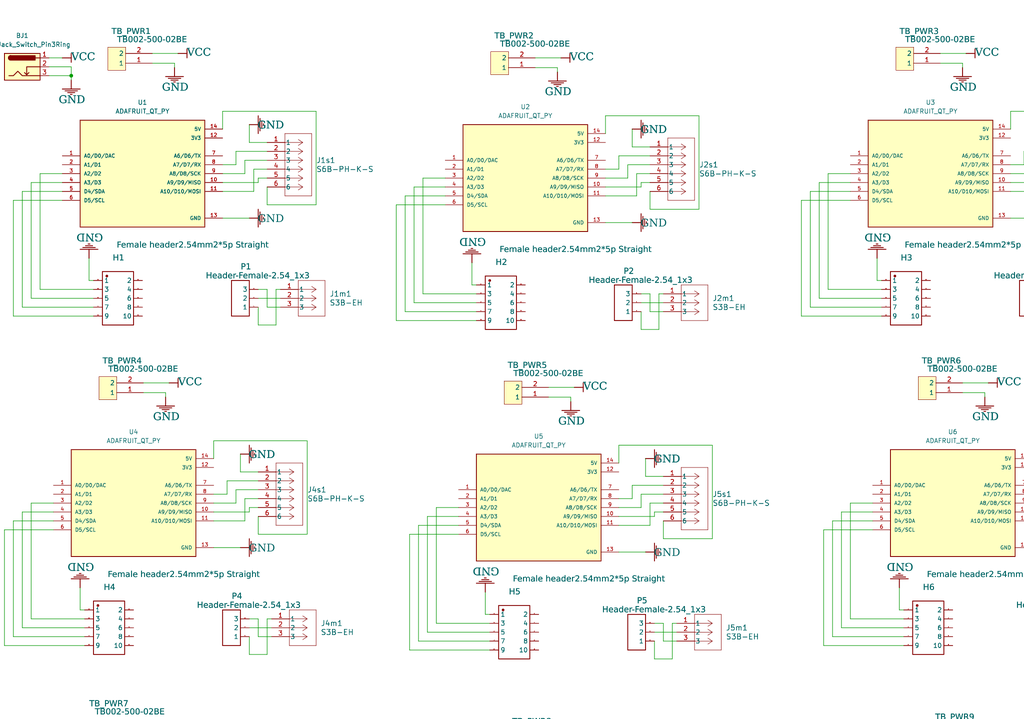
<source format=kicad_sch>
(kicad_sch (version 20231120) (generator "eeschema") (generator_version "8.0")
  (paper "User" 292.1 205.105)
  (junction (at 20.32 21.59))
  (wire (pts (xy 257.81 173.99) (xy 256.54 173.99)))
  (wire (pts (xy 67.31 43.18) (xy 76.2 43.18)))
  (wire (pts (xy 73.66 134.62) (xy 68.58 134.62)))
  (wire (pts (xy 20.32 336.55) (xy 8.89 336.55)))
  (wire (pts (xy 66.04 336.55) (xy 74.93 336.55)))
  (wire (pts (xy 193.04 182.88) (xy 189.23 182.88)))
  (wire (pts (xy 40.894 109.22) (xy 48.26 109.22)))
  (wire (pts (xy 67.31 143.51) (xy 67.31 139.7)))
  (wire (pts (xy 261.62 275.59) (xy 260.35 275.59)))
  (wire (pts (xy 78.74 364.49) (xy 76.2 364.49)))
  (wire (pts (xy 297.18 48.26) (xy 300.99 48.26)))
  (wire (pts (xy 172.72 33.02) (xy 199.39 33.02)))
  (wire (pts (xy 134.62 81.28) (xy 134.62 74.93)))
  (wire (pts (xy 274.574 18.034) (xy 274.574 19.304)))
  (wire (pts (xy 5.08 241.3) (xy 11.43 241.3)))
  (wire (pts (xy 294.64 125.73) (xy 294.64 130.81)))
  (wire (pts (xy 185.42 59.69) (xy 185.42 54.61)))
  (wire (pts (xy 187.96 284.48) (xy 187.96 289.56)))
  (wire (pts (xy 304.8 146.05) (xy 304.8 144.78)))
  (wire (pts (xy 74.93 336.55) (xy 74.93 330.2)))
  (wire (pts (xy 176.53 149.86) (xy 185.42 149.86)))
  (wire (pts (xy 78.74 369.57) (xy 78.74 364.49)))
  (wire (pts (xy 6.35 146.05) (xy 15.24 146.05)))
  (wire (pts (xy 20.32 21.59) (xy 20.32 22.86)))
  (wire (pts (xy 68.58 134.62) (xy 68.58 129.54)))
  (wire (pts (xy 63.5 62.23) (xy 71.12 62.23)))
  (wire (pts (xy 8.89 52.07) (xy 17.78 52.07)))
  (wire (pts (xy 73.66 92.71) (xy 78.74 92.71)))
  (wire (pts (xy 177.8 251.46) (xy 186.69 251.46)))
  (wire (pts (xy 5.08 274.32) (xy 5.08 241.3)))
  (wire (pts (xy 252.73 250.19) (xy 241.3 250.19)))
  (wire (pts (xy 246.38 245.11) (xy 252.73 245.11)))
  (wire (pts (xy 123.19 248.92) (xy 132.08 248.92)))
  (wire (pts (xy 182.88 144.78) (xy 182.88 140.97)))
  (wire (pts (xy 73.66 85.09) (xy 80.01 85.09)))
  (wire (pts (xy 87.63 152.4) (xy 73.66 152.4)))
  (wire (pts (xy 74.93 330.2) (xy 78.74 330.2)))
  (wire (pts (xy 1.27 151.13) (xy 1.27 184.15)))
  (wire (pts (xy 268.224 15.24) (xy 275.59 15.24)))
  (wire (pts (xy 300.99 139.7) (xy 307.34 139.7)))
  (wire (pts (xy 307.34 243.84) (xy 311.15 243.84)))
  (wire (pts (xy 156.464 113.284) (xy 162.814 113.284)))
  (wire (pts (xy 2.54 276.86) (xy 2.54 243.84)))
  (wire (pts (xy 242.57 54.61) (xy 231.14 54.61)))
  (wire (pts (xy 294.64 125.73) (xy 321.31 125.73)))
  (wire (pts (xy 69.85 328.93) (xy 69.85 325.12)))
  (wire (pts (xy 260.35 275.59) (xy 260.35 269.24)))
  (wire (pts (xy 268.224 18.034) (xy 274.574 18.034)))
  (wire (pts (xy 3.81 181.61) (xy 24.13 181.61)))
  (wire (pts (xy 182.88 140.97) (xy 189.23 140.97)))
  (wire (pts (xy 186.69 182.88) (xy 186.69 187.96)))
  (wire (pts (xy 13.97 21.59) (xy 20.32 21.59)))
  (wire (pts (xy 63.5 46.99) (xy 67.31 46.99)))
  (wire (pts (xy 77.47 181.61) (xy 73.66 181.61)))
  (wire (pts (xy 66.04 246.38) (xy 66.04 240.03)))
  (wire (pts (xy 43.434 18.034) (xy 49.784 18.034)))
  (wire (pts (xy 80.01 87.63) (xy 76.2 87.63)))
  (wire (pts (xy 186.69 147.32) (xy 186.69 146.05)))
  (wire (pts (xy 57.15 223.52) (xy 83.82 223.52)))
  (wire (pts (xy 182.88 88.9) (xy 182.88 93.98)))
  (wire (pts (xy 297.18 54.61) (xy 297.18 48.26)))
  (wire (pts (xy 63.5 237.49) (xy 69.85 237.49)))
  (wire (pts (xy 60.96 156.21) (xy 68.58 156.21)))
  (wire (pts (xy 66.04 313.69) (xy 92.71 313.69)))
  (wire (pts (xy 303.53 148.59) (xy 303.53 142.24)))
  (wire (pts (xy 186.69 245.11) (xy 190.5 245.11)))
  (wire (pts (xy 177.8 248.92) (xy 187.96 248.92)))
  (wire (pts (xy 123.19 281.94) (xy 140.97 281.94)))
  (wire (pts (xy 3.81 90.17) (xy 26.67 90.17)))
  (wire (pts (xy 67.31 242.57) (xy 69.85 242.57)))
  (wire (pts (xy 187.96 281.94) (xy 194.31 281.94)))
  (wire (pts (xy 304.8 87.63) (xy 300.99 87.63)))
  (wire (pts (xy 182.88 53.34) (xy 182.88 52.07)))
  (wire (pts (xy 187.96 289.56) (xy 193.04 289.56)))
  (wire (pts (xy 130.81 149.86) (xy 119.38 149.86)))
  (wire (pts (xy 66.04 328.93) (xy 69.85 328.93)))
  (wire (pts (xy 78.74 92.71) (xy 78.74 82.55)))
  (wire (pts (xy 204.47 255.27) (xy 190.5 255.27)))
  (wire (pts (xy 52.324 299.974) (xy 52.324 301.244)))
  (wire (pts (xy 115.57 88.9) (xy 135.89 88.9)))
  (wire (pts (xy 304.8 186.69) (xy 309.88 186.69)))
  (wire (pts (xy 294.64 156.21) (xy 302.26 156.21)))
  (wire (pts (xy 180.34 142.24) (xy 180.34 138.43)))
  (wire (pts (xy 69.85 142.24) (xy 73.66 142.24)))
  (wire (pts (xy 187.96 247.65) (xy 190.5 247.65)))
  (wire (pts (xy 228.6 90.17) (xy 251.46 90.17)))
  (wire (pts (xy 298.45 137.16) (xy 307.34 137.16)))
  (wire (pts (xy 132.08 254) (xy 118.11 254)))
  (wire (pts (xy 90.17 31.75) (xy 90.17 58.42)))
  (wire (pts (xy 15.24 148.59) (xy 3.81 148.59)))
  (wire (pts (xy 76.2 87.63) (xy 76.2 82.55)))
  (wire (pts (xy 60.96 238.76) (xy 60.96 234.95)))
  (wire (pts (xy 204.47 228.6) (xy 204.47 255.27)))
  (wire (pts (xy 69.85 274.32) (xy 67.31 274.32)))
  (wire (pts (xy 120.65 50.8) (xy 127 50.8)))
  (wire (pts (xy 157.734 214.884) (xy 164.084 214.884)))
  (wire (pts (xy 314.96 31.75) (xy 314.96 58.42)))
  (wire (pts (xy 240.03 179.07) (xy 257.81 179.07)))
  (wire (pts (xy 176.53 144.78) (xy 182.88 144.78)))
  (wire (pts (xy 123.19 281.94) (xy 123.19 248.92)))
  (wire (pts (xy 20.32 339.09) (xy 6.35 339.09)))
  (wire (pts (xy 236.22 49.53) (xy 242.57 49.53)))
  (wire (pts (xy 292.1 46.99) (xy 292.1 43.18)))
  (wire (pts (xy 140.97 276.86) (xy 139.7 276.86)))
  (wire (pts (xy 314.96 283.21) (xy 311.15 283.21)))
  (wire (pts (xy 64.77 140.97) (xy 64.77 137.16)))
  (wire (pts (xy 118.11 287.02) (xy 140.97 287.02)))
  (wire (pts (xy 76.2 58.42) (xy 76.2 53.34)))
  (wire (pts (xy 63.5 31.75) (xy 90.17 31.75)))
  (wire (pts (xy 11.43 367.03) (xy 29.21 367.03)))
  (wire (pts (xy 304.8 181.61) (xy 304.8 186.69)))
  (wire (pts (xy 92.71 340.36) (xy 78.74 340.36)))
  (wire (pts (xy 67.31 46.99) (xy 67.31 43.18)))
  (wire (pts (xy 124.46 177.8) (xy 124.46 144.78)))
  (wire (pts (xy 63.5 241.3) (xy 63.5 237.49)))
  (wire (pts (xy 325.12 254) (xy 311.15 254)))
  (wire (pts (xy 63.5 54.61) (xy 72.39 54.61)))
  (wire (pts (xy 47.244 112.014) (xy 47.244 113.284)))
  (wire (pts (xy 295.91 40.64) (xy 295.91 35.56)))
  (wire (pts (xy 294.64 146.05) (xy 304.8 146.05)))
  (wire (pts (xy 300.99 58.42) (xy 300.99 53.34)))
  (wire (pts (xy 199.39 59.69) (xy 185.42 59.69)))
  (wire (pts (xy 162.814 113.284) (xy 162.814 114.554)))
  (wire (pts (xy 307.34 134.62) (xy 302.26 134.62)))
  (wire (pts (xy 182.88 93.98) (xy 187.96 93.98)))
  (wire (pts (xy 251.46 82.55) (xy 236.22 82.55)))
  (wire (pts (xy 2.54 276.86) (xy 20.32 276.86)))
  (wire (pts (xy 11.43 49.53) (xy 17.78 49.53)))
  (wire (pts (xy 172.72 50.8) (xy 179.07 50.8)))
  (wire (pts (xy 238.76 285.75) (xy 261.62 285.75)))
  (wire (pts (xy 185.42 143.51) (xy 189.23 143.51)))
  (wire (pts (xy 172.72 63.5) (xy 180.34 63.5)))
  (wire (pts (xy 185.42 88.9) (xy 185.42 83.82)))
  (wire (pts (xy 57.15 246.38) (xy 66.04 246.38)))
  (wire (pts (xy 119.38 182.88) (xy 139.7 182.88)))
  (wire (pts (xy 118.11 53.34) (xy 127 53.34)))
  (wire (pts (xy 3.81 148.59) (xy 3.81 181.61)))
  (wire (pts (xy 152.654 16.51) (xy 160.02 16.51)))
  (wire (pts (xy 313.69 288.29) (xy 313.69 278.13)))
  (wire (pts (xy 73.66 279.4) (xy 69.85 279.4)))
  (wire (pts (xy 64.77 137.16) (xy 73.66 137.16)))
  (wire (pts (xy 278.384 213.614) (xy 284.734 213.614)))
  (wire (pts (xy 57.15 238.76) (xy 60.96 238.76)))
  (wire (pts (xy 73.66 152.4) (xy 73.66 147.32)))
  (wire (pts (xy 325.12 227.33) (xy 325.12 254)))
  (wire (pts (xy 252.73 252.73) (xy 238.76 252.73)))
  (wire (pts (xy 177.8 259.08) (xy 185.42 259.08)))
  (wire (pts (xy 124.46 144.78) (xy 130.81 144.78)))
  (wire (pts (xy 231.14 54.61) (xy 231.14 87.63)))
  (wire (pts (xy 120.65 83.82) (xy 120.65 50.8)))
  (wire (pts (xy 60.96 146.05) (xy 71.12 146.05)))
  (wire (pts (xy 13.97 331.47) (xy 20.32 331.47)))
  (wire (pts (xy 172.72 53.34) (xy 182.88 53.34)))
  (wire (pts (xy 184.15 135.89) (xy 184.15 130.81)))
  (wire (pts (xy 176.53 48.26) (xy 176.53 44.45)))
  (wire (pts (xy 152.654 19.304) (xy 159.004 19.304)))
  (wire (pts (xy 298.45 50.8) (xy 300.99 50.8)))
  (wire (pts (xy 203.2 127) (xy 203.2 153.67)))
  (wire (pts (xy 274.574 109.22) (xy 281.94 109.22)))
  (wire (pts (xy 13.97 16.51) (xy 17.78 16.51)))
  (wire (pts (xy 303.53 92.71) (xy 303.53 82.55)))
  (wire (pts (xy 120.65 251.46) (xy 120.65 284.48)))
  (wire (pts (xy 177.8 228.6) (xy 177.8 233.68)))
  (wire (pts (xy 311.15 283.21) (xy 311.15 278.13)))
  (wire (pts (xy 130.81 152.4) (xy 116.84 152.4)))
  (wire (pts (xy 309.88 176.53) (xy 311.15 176.53)))
  (wire (pts (xy 176.53 157.48) (xy 184.15 157.48)))
  (wire (pts (xy 292.1 43.18) (xy 300.99 43.18)))
  (wire (pts (xy 27.94 361.95) (xy 27.94 355.6)))
  (wire (pts (xy 125.73 246.38) (xy 132.08 246.38)))
  (wire (pts (xy 304.8 241.3) (xy 311.15 241.3)))
  (wire (pts (xy 8.89 85.09) (xy 26.67 85.09)))
  (wire (pts (xy 87.63 125.73) (xy 87.63 152.4)))
  (wire (pts (xy 176.53 44.45) (xy 185.42 44.45)))
  (wire (pts (xy 298.45 87.63) (xy 298.45 92.71)))
  (wire (pts (xy 180.34 41.91) (xy 180.34 36.83)))
  (wire (pts (xy 69.85 279.4) (xy 69.85 274.32)))
  (wire (pts (xy 181.61 243.84) (xy 181.61 240.03)))
  (wire (pts (xy 67.31 279.4) (xy 67.31 284.48)))
  (wire (pts (xy -2.54 281.94) (xy 20.32 281.94)))
  (wire (pts (xy 189.23 135.89) (xy 184.15 135.89)))
  (wire (pts (xy 71.12 186.69) (xy 76.2 186.69)))
  (wire (pts (xy 311.15 278.13) (xy 308.61 278.13)))
  (wire (pts (xy 288.29 49.53) (xy 294.64 49.53)))
  (wire (pts (xy 203.2 153.67) (xy 189.23 153.67)))
  (wire (pts (xy 17.78 57.15) (xy 3.81 57.15)))
  (wire (pts (xy 83.82 250.19) (xy 69.85 250.19)))
  (wire (pts (xy 63.5 52.07) (xy 73.66 52.07)))
  (wire (pts (xy 189.23 182.88) (xy 189.23 177.8)))
  (wire (pts (xy 298.45 247.65) (xy 308.61 247.65)))
  (wire (pts (xy 92.71 313.69) (xy 92.71 340.36)))
  (wire (pts (xy 180.34 138.43) (xy 189.23 138.43)))
  (wire (pts (xy 294.64 148.59) (xy 303.53 148.59)))
  (wire (pts (xy 60.96 234.95) (xy 69.85 234.95)))
  (wire (pts (xy 298.45 257.81) (xy 306.07 257.81)))
  (wire (pts (xy 69.85 325.12) (xy 78.74 325.12)))
  (wire (pts (xy 116.84 185.42) (xy 139.7 185.42)))
  (wire (pts (xy 300.99 143.51) (xy 300.99 139.7)))
  (wire (pts (xy 8.89 336.55) (xy 8.89 369.57)))
  (wire (pts (xy 156.464 110.49) (xy 163.83 110.49)))
  (wire (pts (xy 181.61 49.53) (xy 185.42 49.53)))
  (wire (pts (xy 6.35 179.07) (xy 24.13 179.07)))
  (wire (pts (xy 6.35 339.09) (xy 6.35 372.11)))
  (wire (pts (xy 73.66 181.61) (xy 73.66 176.53)))
  (wire (pts (xy 231.14 87.63) (xy 251.46 87.63)))
  (wire (pts (xy 72.39 327.66) (xy 78.74 327.66)))
  (wire (pts (xy 314.96 58.42) (xy 300.99 58.42)))
  (wire (pts (xy 193.04 279.4) (xy 194.31 279.4)))
  (wire (pts (xy 3.81 57.15) (xy 3.81 90.17)))
  (wire (pts (xy 81.28 374.65) (xy 81.28 364.49)))
  (wire (pts (xy 288.29 52.07) (xy 298.45 52.07)))
  (wire (pts (xy 191.77 187.96) (xy 191.77 177.8)))
  (wire (pts (xy 256.54 173.99) (xy 256.54 167.64)))
  (wire (pts (xy 237.49 181.61) (xy 257.81 181.61)))
  (wire (pts (xy 20.32 274.32) (xy 5.08 274.32)))
  (wire (pts (xy 6.35 372.11) (xy 29.21 372.11)))
  (wire (pts (xy 60.96 125.73) (xy 60.96 130.81)))
  (wire (pts (xy 6.35 179.07) (xy 6.35 146.05)))
  (wire (pts (xy 313.69 278.13) (xy 314.96 278.13)))
  (wire (pts (xy 182.88 52.07) (xy 185.42 52.07)))
  (wire (pts (xy 66.04 344.17) (xy 73.66 344.17)))
  (wire (pts (xy 172.72 55.88) (xy 181.61 55.88)))
  (wire (pts (xy 66.04 240.03) (xy 69.85 240.03)))
  (wire (pts (xy 187.96 83.82) (xy 189.23 83.82)))
  (wire (pts (xy 190.5 284.48) (xy 190.5 279.4)))
  (wire (pts (xy 242.57 57.15) (xy 228.6 57.15)))
  (wire (pts (xy 37.084 207.01) (xy 44.45 207.01)))
  (wire (pts (xy 187.96 248.92) (xy 187.96 247.65)))
  (wire (pts (xy 304.8 144.78) (xy 307.34 144.78)))
  (wire (pts (xy 311.15 254) (xy 311.15 248.92)))
  (wire (pts (xy 248.92 151.13) (xy 234.95 151.13)))
  (wire (pts (xy 71.12 179.07) (xy 77.47 179.07)))
  (wire (pts (xy 73.66 50.8) (xy 76.2 50.8)))
  (wire (pts (xy 66.04 331.47) (xy 72.39 331.47)))
  (wire (pts (xy 298.45 85.09) (xy 304.8 85.09)))
  (wire (pts (xy 118.11 86.36) (xy 118.11 53.34)))
  (wire (pts (xy 294.64 45.72) (xy 300.99 45.72)))
  (wire (pts (xy 302.26 238.76) (xy 311.15 238.76)))
  (wire (pts (xy 288.29 54.61) (xy 297.18 54.61)))
  (wire (pts (xy 307.34 176.53) (xy 304.8 176.53)))
  (wire (pts (xy 246.38 278.13) (xy 246.38 245.11)))
  (wire (pts (xy 306.07 236.22) (xy 306.07 231.14)))
  (wire (pts (xy 176.53 147.32) (xy 186.69 147.32)))
  (wire (pts (xy 288.29 46.99) (xy 292.1 46.99)))
  (wire (pts (xy 69.85 49.53) (xy 69.85 45.72)))
  (wire (pts (xy 288.29 62.23) (xy 295.91 62.23)))
  (wire (pts (xy 257.81 176.53) (xy 242.57 176.53)))
  (wire (pts (xy 43.434 209.804) (xy 43.434 211.074)))
  (wire (pts (xy 24.13 176.53) (xy 8.89 176.53)))
  (wire (pts (xy 177.8 246.38) (xy 184.15 246.38)))
  (wire (pts (xy 73.66 176.53) (xy 71.12 176.53)))
  (wire (pts (xy 140.97 279.4) (xy 125.73 279.4)))
  (wire (pts (xy 26.67 82.55) (xy 11.43 82.55)))
  (wire (pts (xy 179.07 46.99) (xy 185.42 46.99)))
  (wire (pts (xy 298.45 92.71) (xy 303.53 92.71)))
  (wire (pts (xy 57.15 243.84) (xy 67.31 243.84)))
  (wire (pts (xy 72.39 331.47) (xy 72.39 327.66)))
  (wire (pts (xy 308.61 246.38) (xy 311.15 246.38)))
  (wire (pts (xy 60.96 143.51) (xy 67.31 143.51)))
  (wire (pts (xy 115.57 55.88) (xy 115.57 88.9)))
  (wire (pts (xy 177.8 228.6) (xy 204.47 228.6)))
  (wire (pts (xy 73.66 322.58) (xy 73.66 317.5)))
  (wire (pts (xy 135.89 83.82) (xy 120.65 83.82)))
  (wire (pts (xy 73.66 52.07) (xy 73.66 50.8)))
  (wire (pts (xy 138.43 175.26) (xy 138.43 168.91)))
  (wire (pts (xy 76.2 332.74) (xy 78.74 332.74)))
  (wire (pts (xy 8.89 143.51) (xy 15.24 143.51)))
  (wire (pts (xy 185.42 83.82) (xy 182.88 83.82)))
  (wire (pts (xy 186.69 180.34) (xy 193.04 180.34)))
  (wire (pts (xy 45.974 297.18) (xy 53.34 297.18)))
  (wire (pts (xy 278.384 210.82) (xy 285.75 210.82)))
  (wire (pts (xy 308.61 288.29) (xy 313.69 288.29)))
  (wire (pts (xy 26.67 80.01) (xy 25.4 80.01)))
  (wire (pts (xy 189.23 88.9) (xy 185.42 88.9)))
  (wire (pts (xy 280.924 112.014) (xy 280.924 113.284)))
  (wire (pts (xy 234.95 184.15) (xy 257.81 184.15)))
  (wire (pts (xy 321.31 152.4) (xy 307.34 152.4)))
  (wire (pts (xy 243.84 247.65) (xy 252.73 247.65)))
  (wire (pts (xy 189.23 177.8) (xy 186.69 177.8)))
  (wire (pts (xy 307.34 181.61) (xy 307.34 176.53)))
  (wire (pts (xy 25.4 80.01) (xy 25.4 73.66)))
  (wire (pts (xy 303.53 82.55) (xy 304.8 82.55)))
  (wire (pts (xy 139.7 175.26) (xy 138.43 175.26)))
  (wire (pts (xy 172.72 48.26) (xy 176.53 48.26)))
  (wire (pts (xy 288.29 31.75) (xy 288.29 36.83)))
  (wire (pts (xy 157.734 212.09) (xy 165.1 212.09)))
  (wire (pts (xy 241.3 283.21) (xy 261.62 283.21)))
  (wire (pts (xy 307.34 250.19) (xy 307.34 243.84)))
  (wire (pts (xy 307.34 152.4) (xy 307.34 147.32)))
  (wire (pts (xy 0 246.38) (xy 0 279.4)))
  (wire (pts (xy 193.04 289.56) (xy 193.04 279.4)))
  (wire (pts (xy -2.54 248.92) (xy -2.54 281.94)))
  (wire (pts (xy 0 279.4) (xy 20.32 279.4)))
  (wire (pts (xy 17.78 54.61) (xy 6.35 54.61)))
  (wire (pts (xy 67.31 243.84) (xy 67.31 242.57)))
  (wire (pts (xy 233.68 52.07) (xy 242.57 52.07)))
  (wire (pts (xy 308.61 283.21) (xy 308.61 288.29)))
  (wire (pts (xy 298.45 227.33) (xy 298.45 232.41)))
  (wire (pts (xy 11.43 248.92) (xy -2.54 248.92)))
  (wire (pts (xy 29.21 364.49) (xy 13.97 364.49)))
  (wire (pts (xy 113.03 58.42) (xy 113.03 91.44)))
  (wire (pts (xy 78.74 322.58) (xy 73.66 322.58)))
  (wire (pts (xy 311.15 236.22) (xy 306.07 236.22)))
  (wire (pts (xy 64.77 232.41) (xy 64.77 227.33)))
  (wire (pts (xy 172.72 33.02) (xy 172.72 38.1)))
  (wire (pts (xy 76.2 40.64) (xy 71.12 40.64)))
  (wire (pts (xy 6.35 54.61) (xy 6.35 87.63)))
  (wire (pts (xy 298.45 140.97) (xy 298.45 137.16)))
  (wire (pts (xy 72.39 48.26) (xy 76.2 48.26)))
  (wire (pts (xy 76.2 369.57) (xy 76.2 374.65)))
  (wire (pts (xy 186.69 187.96) (xy 191.77 187.96)))
  (wire (pts (xy 73.66 87.63) (xy 73.66 92.71)))
  (wire (pts (xy 236.22 82.55) (xy 236.22 49.53)))
  (wire (pts (xy 119.38 149.86) (xy 119.38 182.88)))
  (wire (pts (xy 81.28 364.49) (xy 82.55 364.49)))
  (wire (pts (xy 139.7 276.86) (xy 139.7 270.51)))
  (wire (pts (xy 242.57 176.53) (xy 242.57 143.51)))
  (wire (pts (xy 76.2 82.55) (xy 73.66 82.55)))
  (wire (pts (xy 121.92 180.34) (xy 121.92 147.32)))
  (wire (pts (xy 66.04 334.01) (xy 76.2 334.01)))
  (wire (pts (xy 308.61 280.67) (xy 314.96 280.67)))
  (wire (pts (xy 57.15 223.52) (xy 57.15 228.6)))
  (wire (pts (xy 242.57 143.51) (xy 248.92 143.51)))
  (wire (pts (xy 288.29 31.75) (xy 314.96 31.75)))
  (wire (pts (xy 19.05 271.78) (xy 19.05 265.43)))
  (wire (pts (xy 11.43 367.03) (xy 11.43 334.01)))
  (wire (pts (xy 182.88 86.36) (xy 189.23 86.36)))
  (wire (pts (xy 135.89 81.28) (xy 134.62 81.28)))
  (wire (pts (xy 63.5 49.53) (xy 69.85 49.53)))
  (wire (pts (xy 294.64 49.53) (xy 294.64 45.72)))
  (wire (pts (xy 127 58.42) (xy 113.03 58.42)))
  (wire (pts (xy 67.31 139.7) (xy 73.66 139.7)))
  (wire (pts (xy 20.32 271.78) (xy 19.05 271.78)))
  (wire (pts (xy 274.574 112.014) (xy 280.924 112.014)))
  (wire (pts (xy 72.39 274.32) (xy 73.66 274.32)))
  (wire (pts (xy 71.12 40.64) (xy 71.12 35.56)))
  (wire (pts (xy 60.96 148.59) (xy 69.85 148.59)))
  (wire (pts (xy 57.15 254) (xy 64.77 254)))
  (wire (pts (xy 118.11 254) (xy 118.11 287.02)))
  (wire (pts (xy 199.39 33.02) (xy 199.39 59.69)))
  (wire (pts (xy 69.85 250.19) (xy 69.85 245.11)))
  (wire (pts (xy 250.19 80.01) (xy 250.19 73.66)))
  (wire (pts (xy 298.45 227.33) (xy 325.12 227.33)))
  (wire (pts (xy 185.42 237.49) (xy 185.42 232.41)))
  (wire (pts (xy 176.53 127) (xy 176.53 132.08)))
  (wire (pts (xy 132.08 251.46) (xy 120.65 251.46)))
  (wire (pts (xy 300.99 87.63) (xy 300.99 82.55)))
  (wire (pts (xy 67.31 276.86) (xy 73.66 276.86)))
  (wire (pts (xy 71.12 181.61) (xy 71.12 186.69)))
  (wire (pts (xy 13.97 19.05) (xy 20.32 19.05)))
  (wire (pts (xy 72.39 54.61) (xy 72.39 48.26)))
  (wire (pts (xy 29.21 361.95) (xy 27.94 361.95)))
  (wire (pts (xy 121.92 180.34) (xy 139.7 180.34)))
  (wire (pts (xy 76.2 367.03) (xy 82.55 367.03)))
  (wire (pts (xy 15.24 151.13) (xy 1.27 151.13)))
  (wire (pts (xy 189.23 153.67) (xy 189.23 148.59)))
  (wire (pts (xy 8.89 85.09) (xy 8.89 52.07)))
  (wire (pts (xy 243.84 280.67) (xy 261.62 280.67)))
  (wire (pts (xy 76.2 176.53) (xy 77.47 176.53)))
  (wire (pts (xy 294.64 140.97) (xy 298.45 140.97)))
  (wire (pts (xy 190.5 255.27) (xy 190.5 250.19)))
  (wire (pts (xy 2.54 243.84) (xy 11.43 243.84)))
  (wire (pts (xy 71.12 144.78) (xy 73.66 144.78)))
  (wire (pts (xy 304.8 245.11) (xy 304.8 241.3)))
  (wire (pts (xy 121.92 147.32) (xy 130.81 147.32)))
  (wire (pts (xy 240.03 179.07) (xy 240.03 146.05)))
  (wire (pts (xy 309.88 186.69) (xy 309.88 176.53)))
  (wire (pts (xy 184.15 242.57) (xy 190.5 242.57)))
  (wire (pts (xy 113.03 91.44) (xy 135.89 91.44)))
  (wire (pts (xy 8.89 176.53) (xy 8.89 143.51)))
  (wire (pts (xy 69.85 45.72) (xy 76.2 45.72)))
  (wire (pts (xy 298.45 242.57) (xy 302.26 242.57)))
  (wire (pts (xy 57.15 241.3) (xy 63.5 241.3)))
  (wire (pts (xy 251.46 80.01) (xy 250.19 80.01)))
  (wire (pts (xy 6.35 87.63) (xy 26.67 87.63)))
  (wire (pts (xy 118.11 86.36) (xy 135.89 86.36)))
  (wire (pts (xy 300.99 40.64) (xy 295.91 40.64)))
  (wire (pts (xy 190.5 237.49) (xy 185.42 237.49)))
  (wire (pts (xy 139.7 177.8) (xy 124.46 177.8)))
  (wire (pts (xy 186.69 146.05) (xy 189.23 146.05)))
  (wire (pts (xy 179.07 50.8) (xy 179.07 46.99)))
  (wire (pts (xy 302.26 134.62) (xy 302.26 129.54)))
  (wire (pts (xy 187.96 93.98) (xy 187.96 83.82)))
  (wire (pts (xy 1.27 184.15) (xy 24.13 184.15)))
  (wire (pts (xy 298.45 52.07) (xy 298.45 50.8)))
  (wire (pts (xy 243.84 280.67) (xy 243.84 247.65)))
  (wire (pts (xy 49.784 18.034) (xy 49.784 19.304)))
  (wire (pts (xy 176.53 142.24) (xy 180.34 142.24)))
  (wire (pts (xy 176.53 127) (xy 203.2 127)))
  (wire (pts (xy 8.89 369.57) (xy 29.21 369.57)))
  (wire (pts (xy 177.8 243.84) (xy 181.61 243.84)))
  (wire (pts (xy 72.39 284.48) (xy 72.39 274.32)))
  (wire (pts (xy 66.04 313.69) (xy 66.04 318.77)))
  (wire (pts (xy 181.61 240.03) (xy 190.5 240.03)))
  (wire (pts (xy 125.73 279.4) (xy 125.73 246.38)))
  (wire (pts (xy 238.76 252.73) (xy 238.76 285.75)))
  (wire (pts (xy 248.92 148.59) (xy 237.49 148.59)))
  (wire (pts (xy 60.96 140.97) (xy 64.77 140.97)))
  (wire (pts (xy 78.74 82.55) (xy 80.01 82.55)))
  (wire (pts (xy 300.99 82.55) (xy 298.45 82.55)))
  (wire (pts (xy 11.43 82.55) (xy 11.43 49.53)))
  (wire (pts (xy 261.62 278.13) (xy 246.38 278.13)))
  (wire (pts (xy 185.42 41.91) (xy 180.34 41.91)))
  (wire (pts (xy 311.15 181.61) (xy 307.34 181.61)))
  (wire (pts (xy 11.43 246.38) (xy 0 246.38)))
  (wire (pts (xy 240.03 146.05) (xy 248.92 146.05)))
  (wire (pts (xy 181.61 55.88) (xy 181.61 49.53)))
  (wire (pts (xy 43.434 15.24) (xy 50.8 15.24)))
  (wire (pts (xy 233.68 85.09) (xy 251.46 85.09)))
  (wire (pts (xy 11.43 334.01) (xy 20.32 334.01)))
  (wire (pts (xy 284.734 213.614) (xy 284.734 214.884)))
  (wire (pts (xy 228.6 57.15) (xy 228.6 90.17)))
  (wire (pts (xy 82.55 369.57) (xy 78.74 369.57)))
  (wire (pts (xy 45.974 299.974) (xy 52.324 299.974)))
  (wire (pts (xy 237.49 148.59) (xy 237.49 181.61)))
  (wire (pts (xy 22.86 173.99) (xy 22.86 167.64)))
  (wire (pts (xy 83.82 223.52) (xy 83.82 250.19)))
  (wire (pts (xy 186.69 251.46) (xy 186.69 245.11)))
  (wire (pts (xy 13.97 364.49) (xy 13.97 331.47)))
  (wire (pts (xy 321.31 125.73) (xy 321.31 152.4)))
  (wire (pts (xy 120.65 284.48) (xy 140.97 284.48)))
  (wire (pts (xy 302.26 242.57) (xy 302.26 238.76)))
  (wire (pts (xy 37.084 209.804) (xy 43.434 209.804)))
  (wire (pts (xy 69.85 148.59) (xy 69.85 142.24)))
  (wire (pts (xy 63.5 31.75) (xy 63.5 36.83)))
  (wire (pts (xy 69.85 232.41) (xy 64.77 232.41)))
  (wire (pts (xy 60.96 125.73) (xy 87.63 125.73)))
  (wire (pts (xy 78.74 340.36) (xy 78.74 335.28)))
  (wire (pts (xy 76.2 186.69) (xy 76.2 176.53)))
  (wire (pts (xy 194.31 284.48) (xy 190.5 284.48)))
  (wire (pts (xy 303.53 142.24) (xy 307.34 142.24)))
  (wire (pts (xy 294.64 143.51) (xy 300.99 143.51)))
  (wire (pts (xy 308.61 247.65) (xy 308.61 246.38)))
  (wire (pts (xy 159.004 19.304) (xy 159.004 20.574)))
  (wire (pts (xy 233.68 85.09) (xy 233.68 52.07)))
  (wire (pts (xy 116.84 152.4) (xy 116.84 185.42)))
  (wire (pts (xy 190.5 279.4) (xy 187.96 279.4)))
  (wire (pts (xy 67.31 284.48) (xy 72.39 284.48)))
  (wire (pts (xy 71.12 146.05) (xy 71.12 144.78)))
  (wire (pts (xy 184.15 246.38) (xy 184.15 242.57)))
  (wire (pts (xy 191.77 177.8) (xy 193.04 177.8)))
  (wire (pts (xy 20.32 19.05) (xy 20.32 21.59)))
  (wire (pts (xy 234.95 151.13) (xy 234.95 184.15)))
  (wire (pts (xy 241.3 250.19) (xy 241.3 283.21)))
  (wire (pts (xy 40.894 112.014) (xy 47.244 112.014)))
  (wire (pts (xy 298.45 250.19) (xy 307.34 250.19)))
  (wire (pts (xy 185.42 149.86) (xy 185.42 143.51)))
  (wire (pts (xy 76.2 374.65) (xy 81.28 374.65)))
  (wire (pts (xy 24.13 173.99) (xy 22.86 173.99)))
  (wire (pts (xy 127 55.88) (xy 115.57 55.88)))
  (wire (pts (xy 90.17 58.42) (xy 76.2 58.42)))
  (wire (pts (xy 76.2 334.01) (xy 76.2 332.74)))
  (wire (pts (xy 304.8 179.07) (xy 311.15 179.07)))
  (wire (pts (xy 164.084 214.884) (xy 164.084 216.154)))
  (wire (pts (xy 298.45 245.11) (xy 304.8 245.11)))
  (symbol (lib_id "GND") (at 185.42 259.08 90) (unit 1)
    (property "Reference" "#PWR050" (effects (hide yes)))
    (property "Value" "GND" (at 190.2968 255.778 -180) (effects (font (size 2.1717 2.1717)) (justify left bottom)))
    (property "Description" "Power symbol creates a global label with name 'GND'" (effects (hide yes)))
  )
  (symbol (lib_id "VCC") (at 285.75 210.82 90) (mirror x) (unit 1)
    (property "Reference" "#PWR053" (effects (hide yes)))
    (property "Value" "VCC" (at 288.417 211.8106 -270) (effects (font (size 2.1717 2.1717)) (justify right bottom)))
    (property "Description" "Power symbol creates a global label with name 'VCC'" (effects (hide yes)))
  )
  (symbol (lib_id "CONN_S6B-PH-K-S_JST:S6B-PH-K-S") (at 189.23 135.89 0) (unit 1)
    (property "Reference" "J5s1" (at 203.2 140.9699 0) (effects (font (size 1.524 1.524)) (justify left)))
    (property "Value" "S6B-PH-K-S" (at 203.2 143.5099 0) (effects (font (size 1.524 1.524)) (justify left)))
    (property "Footprint" "exosuit_modular_board:CONN_S6B-PH-K-S_JST" (effects (hide yes)))
    (property "Datasheet" "S6B-PH-K-S" (effects (hide yes)))
  )
  (symbol (lib_id "GND") (at 184.15 157.48 90) (unit 1)
    (property "Reference" "#PWR032" (effects (hide yes)))
    (property "Value" "GND" (at 189.0268 154.178 -180) (effects (font (size 2.1717 2.1717)) (justify left bottom)))
    (property "Description" "Power symbol creates a global label with name 'GND'" (effects (hide yes)))
  )
  (symbol (lib_id "VCC") (at 50.8 15.24 90) (mirror x) (unit 1)
    (property "Reference" "#PWR03" (effects (hide yes)))
    (property "Value" "VCC" (at 53.467 16.2306 -270) (effects (font (size 2.1717 2.1717)) (justify right bottom)))
    (property "Description" "Power symbol creates a global label with name 'VCC'" (effects (hide yes)))
  )
  (symbol (lib_id "ADAFRUIT_QT_PY:ADAFRUIT_QT_PY") (at 40.64 49.53 0) (unit 1)
    (property "Reference" "U1" (at 40.64 29.21 0))
    (property "Value" "ADAFRUIT_QT_PY" (at 40.64 31.75 0))
    (property "Footprint" "exosuit_modular_board:MODULE_ADAFRUIT_QT_PY" (effects (hide yes)))
    (property "MF" "Adafruit Industries" (effects (hide yes)))
    (property "MAXIMUM_PACKAGE_HEIGHT" "6.28 mm" (effects (hide yes)))
    (property "Package" "None" (effects (hide yes)))
    (property "Price" "None" (effects (hide yes)))
    (property "Check_prices" "https://www.snapeda.com/parts/Adafruit%20QT%20Py/Adafruit+Industries/view-part/?ref=eda" (effects (hide yes)))
    (property "STANDARD" "IPC-7351B" (effects (hide yes)))
    (property "PARTREV" "2022-12-12" (effects (hide yes)))
    (property "SnapEDA_Link" "https://www.snapeda.com/parts/Adafruit%20QT%20Py/Adafruit+Industries/view-part/?ref=snap" (effects (hide yes)))
    (property "MP" "Adafruit QT Py" (effects (hide yes)))
    (property "Description_1" "\n                        \n                            Castellated Pads - SAMD21 Dev Board with STEMMA QT\n                        \n" (effects (hide yes)))
    (property "MANUFACTURER" "Adafruit Industries" (effects (hide yes)))
    (property "Availability" "Not in stock" (effects (hide yes)))
    (property "SNAPEDA_PN" "Adafruit QT Py" (effects (hide yes)))
  )
  (symbol (lib_id "VCC") (at 44.45 207.01 90) (mirror x) (unit 1)
    (property "Reference" "#PWR041" (effects (hide yes)))
    (property "Value" "VCC" (at 47.117 208.0006 -270) (effects (font (size 2.1717 2.1717)) (justify right bottom)))
    (property "Description" "Power symbol creates a global label with name 'VCC'" (effects (hide yes)))
  )
  (symbol (lib_id "GND") (at 64.77 227.33 90) (unit 1)
    (property "Reference" "#PWR043" (effects (hide yes)))
    (property "Value" "GND" (at 69.6468 224.028 -180) (effects (font (size 2.1717 2.1717)) (justify left bottom)))
    (property "Description" "Power symbol creates a global label with name 'GND'" (effects (hide yes)))
  )
  (symbol (lib_id "CONN_S3B-EH_JST:S3B-EH") (at 189.23 83.82 0) (unit 1)
    (property "Reference" "J2m1" (at 203.2 85.0899 0) (effects (font (size 1.524 1.524)) (justify left)))
    (property "Value" "S3B-EH" (at 203.2 87.6299 0) (effects (font (size 1.524 1.524)) (justify left)))
    (property "Footprint" "exosuit_modular_board:CONN_S3B-EH_JST" (effects (hide yes)))
    (property "Datasheet" "S3B-EH" (effects (hide yes)))
  )
  (symbol (lib_id "Female header2.54mm2*5p Straight") (at 34.29 85.09 0) (unit 1)
    (property "Reference" "H1" (at 32.1564 72.6821 0) (effects (font (size 1.6891 1.6891)) (justify left top)))
    (property "Value" "Female header2.54mm2*5p Straight" (at 31.6992 68.9483 0) (effects (font (size 1.6891 1.6891)) (justify left top)))
    (property "Footprint" "Connector_PinHeader_2.54mm:PinHeader_2x05_P2.54mm_Vertical" (effects (hide yes)))
    (property "Manufacturer Part" "Female header2.54mm2*5p Straight" (effects (hide yes)))
    (property "Manufacturer" "ReliaPro" (effects (hide yes)))
    (property "Supplier Part" "C30419" (effects (hide yes)))
    (property "Supplier" "LCSC" (effects (hide yes)))
  )
  (symbol (lib_id "GND") (at 20.32 22.86 0) (unit 1)
    (property "Reference" "#PWR07" (effects (hide yes)))
    (property "Value" "GND" (at 17.018 29.7434 0) (effects (font (size 2.1717 2.1717)) (justify left bottom)))
    (property "Description" "Power symbol creates a global label with name 'GND'" (effects (hide yes)))
  )
  (symbol (lib_id "CONN_S3B-EH_JST:S3B-EH") (at 311.15 176.53 0) (unit 1)
    (property "Reference" "J6m1" (at 325.12 177.7999 0) (effects (font (size 1.524 1.524)) (justify left)))
    (property "Value" "S3B-EH" (at 325.12 180.3399 0) (effects (font (size 1.524 1.524)) (justify left)))
    (property "Footprint" "exosuit_modular_board:CONN_S3B-EH_JST" (effects (hide yes)))
    (property "Datasheet" "S3B-EH" (effects (hide yes)))
  )
  (symbol (lib_id "VCC") (at 48.26 109.22 90) (mirror x) (unit 1)
    (property "Reference" "#PWR023" (effects (hide yes)))
    (property "Value" "VCC" (at 50.927 110.2106 -270) (effects (font (size 2.1717 2.1717)) (justify right bottom)))
    (property "Description" "Power symbol creates a global label with name 'VCC'" (effects (hide yes)))
  )
  (symbol (lib_id "VCC") (at 281.94 109.22 90) (mirror x) (unit 1)
    (property "Reference" "#PWR035" (effects (hide yes)))
    (property "Value" "VCC" (at 284.607 110.2106 -270) (effects (font (size 2.1717 2.1717)) (justify right bottom)))
    (property "Description" "Power symbol creates a global label with name 'VCC'" (effects (hide yes)))
  )
  (symbol (lib_id "TB002-500-02BE") (at 271.78 212.09 0) (unit 1)
    (property "Reference" "TB_PWR9" (at 266.7762 203.6699 0) (effects (font (size 1.6891 1.6891)) (justify left top)))
    (property "Value" "TB002-500-02BE" (at 266.5476 205.9305 0) (effects (font (size 1.6891 1.6891)) (justify left top)))
  )
  (symbol (lib_id "CONN_S6B-PH-K-S_JST:S6B-PH-K-S") (at 190.5 237.49 0) (unit 1)
    (property "Reference" "J8s1" (at 204.47 242.5699 0) (effects (font (size 1.524 1.524)) (justify left)))
    (property "Value" "S6B-PH-K-S" (at 204.47 245.1099 0) (effects (font (size 1.524 1.524)) (justify left)))
    (property "Footprint" "exosuit_modular_board:CONN_S6B-PH-K-S_JST" (effects (hide yes)))
    (property "Datasheet" "S6B-PH-K-S" (effects (hide yes)))
  )
  (symbol (lib_id "TB002-500-02BE") (at 149.86 111.76 0) (unit 1)
    (property "Reference" "TB_PWR5" (at 144.8562 103.3399 0) (effects (font (size 1.6891 1.6891)) (justify left top)))
    (property "Value" "TB002-500-02BE" (at 144.6276 105.6005 0) (effects (font (size 1.6891 1.6891)) (justify left top)))
  )
  (symbol (lib_id "GND") (at 138.43 168.91 180) (unit 1)
    (property "Reference" "#PWR027" (effects (hide yes)))
    (property "Value" "GND" (at 135.128 164.0332 -180) (effects (font (size 2.1717 2.1717)) (justify left bottom)))
    (property "Description" "Power symbol creates a global label with name 'GND'" (effects (hide yes)))
  )
  (symbol (lib_id "GND") (at 284.734 214.884 0) (unit 1)
    (property "Reference" "#PWR052" (effects (hide yes)))
    (property "Value" "GND" (at 281.432 221.7674 0) (effects (font (size 2.1717 2.1717)) (justify left bottom)))
    (property "Description" "Power symbol creates a global label with name 'GND'" (effects (hide yes)))
  )
  (symbol (lib_id "GND") (at 180.34 36.83 90) (unit 1)
    (property "Reference" "#PWR015" (effects (hide yes)))
    (property "Value" "GND" (at 185.2168 33.528 -180) (effects (font (size 2.1717 2.1717)) (justify left bottom)))
    (property "Description" "Power symbol creates a global label with name 'GND'" (effects (hide yes)))
  )
  (symbol (lib_id "GND") (at 25.4 73.66 180) (unit 1)
    (property "Reference" "#PWR01" (effects (hide yes)))
    (property "Value" "GND" (at 22.098 68.7832 -180) (effects (font (size 2.1717 2.1717)) (justify left bottom)))
    (property "Description" "Power symbol creates a global label with name 'GND'" (effects (hide yes)))
  )
  (symbol (lib_id "ADAFRUIT_QT_PY:ADAFRUIT_QT_PY") (at 275.59 245.11 0) (unit 1)
    (property "Reference" "U9" (at 275.59 224.79 0))
    (property "Value" "ADAFRUIT_QT_PY" (at 275.59 227.33 0))
    (property "Footprint" "exosuit_modular_board:MODULE_ADAFRUIT_QT_PY" (effects (hide yes)))
    (property "MF" "Adafruit Industries" (effects (hide yes)))
    (property "MAXIMUM_PACKAGE_HEIGHT" "6.28 mm" (effects (hide yes)))
    (property "Package" "None" (effects (hide yes)))
    (property "Price" "None" (effects (hide yes)))
    (property "Check_prices" "https://www.snapeda.com/parts/Adafruit%20QT%20Py/Adafruit+Industries/view-part/?ref=eda" (effects (hide yes)))
    (property "STANDARD" "IPC-7351B" (effects (hide yes)))
    (property "PARTREV" "2022-12-12" (effects (hide yes)))
    (property "SnapEDA_Link" "https://www.snapeda.com/parts/Adafruit%20QT%20Py/Adafruit+Industries/view-part/?ref=snap" (effects (hide yes)))
    (property "MP" "Adafruit QT Py" (effects (hide yes)))
    (property "Description_1" "\n                        \n                            Castellated Pads - SAMD21 Dev Board with STEMMA QT\n                        \n" (effects (hide yes)))
    (property "MANUFACTURER" "Adafruit Industries" (effects (hide yes)))
    (property "Availability" "Not in stock" (effects (hide yes)))
    (property "SNAPEDA_PN" "Adafruit QT Py" (effects (hide yes)))
  )
  (symbol (lib_id "GND") (at 295.91 35.56 90) (unit 1)
    (property "Reference" "#PWR019" (effects (hide yes)))
    (property "Value" "GND" (at 300.7868 32.258 -180) (effects (font (size 2.1717 2.1717)) (justify left bottom)))
    (property "Description" "Power symbol creates a global label with name 'GND'" (effects (hide yes)))
  )
  (symbol (lib_id "TB002-500-02BE") (at 36.83 16.51 0) (unit 1)
    (property "Reference" "TB_PWR1" (at 31.8262 8.0899 0) (effects (font (size 1.6891 1.6891)) (justify left top)))
    (property "Value" "TB002-500-02BE" (at 31.5976 10.3505 0) (effects (font (size 1.6891 1.6891)) (justify left top)))
  )
  (symbol (lib_id "ADAFRUIT_QT_PY:ADAFRUIT_QT_PY") (at 43.18 331.47 0) (unit 1)
    (property "Reference" "U10" (at 43.18 311.15 0))
    (property "Value" "ADAFRUIT_QT_PY" (at 43.18 313.69 0))
    (property "Footprint" "exosuit_modular_board:MODULE_ADAFRUIT_QT_PY" (effects (hide yes)))
    (property "MF" "Adafruit Industries" (effects (hide yes)))
    (property "MAXIMUM_PACKAGE_HEIGHT" "6.28 mm" (effects (hide yes)))
    (property "Package" "None" (effects (hide yes)))
    (property "Price" "None" (effects (hide yes)))
    (property "Check_prices" "https://www.snapeda.com/parts/Adafruit%20QT%20Py/Adafruit+Industries/view-part/?ref=eda" (effects (hide yes)))
    (property "STANDARD" "IPC-7351B" (effects (hide yes)))
    (property "PARTREV" "2022-12-12" (effects (hide yes)))
    (property "SnapEDA_Link" "https://www.snapeda.com/parts/Adafruit%20QT%20Py/Adafruit+Industries/view-part/?ref=snap" (effects (hide yes)))
    (property "MP" "Adafruit QT Py" (effects (hide yes)))
    (property "Description_1" "\n                        \n                            Castellated Pads - SAMD21 Dev Board with STEMMA QT\n                        \n" (effects (hide yes)))
    (property "MANUFACTURER" "Adafruit Industries" (effects (hide yes)))
    (property "Availability" "Not in stock" (effects (hide yes)))
    (property "SNAPEDA_PN" "Adafruit QT Py" (effects (hide yes)))
  )
  (symbol (lib_id "GND") (at 64.77 254 90) (unit 1)
    (property "Reference" "#PWR044" (effects (hide yes)))
    (property "Value" "GND" (at 69.6468 250.698 -180) (effects (font (size 2.1717 2.1717)) (justify left bottom)))
    (property "Description" "Power symbol creates a global label with name 'GND'" (effects (hide yes)))
  )
  (symbol (lib_id "GND") (at 71.12 35.56 90) (unit 1)
    (property "Reference" "#PWR06" (effects (hide yes)))
    (property "Value" "GND" (at 75.9968 32.258 -180) (effects (font (size 2.1717 2.1717)) (justify left bottom)))
    (property "Description" "Power symbol creates a global label with name 'GND'" (effects (hide yes)))
  )
  (symbol (lib_id "GND") (at 139.7 270.51 180) (unit 1)
    (property "Reference" "#PWR045" (effects (hide yes)))
    (property "Value" "GND" (at 136.398 265.6332 -180) (effects (font (size 2.1717 2.1717)) (justify left bottom)))
    (property "Description" "Power symbol creates a global label with name 'GND'" (effects (hide yes)))
  )
  (symbol (lib_id "GND") (at 295.91 62.23 90) (unit 1)
    (property "Reference" "#PWR020" (effects (hide yes)))
    (property "Value" "GND" (at 300.7868 58.928 -180) (effects (font (size 2.1717 2.1717)) (justify left bottom)))
    (property "Description" "Power symbol creates a global label with name 'GND'" (effects (hide yes)))
  )
  (symbol (lib_id "GND") (at 73.66 317.5 90) (unit 1)
    (property "Reference" "#PWR061" (effects (hide yes)))
    (property "Value" "GND" (at 78.5368 314.198 -180) (effects (font (size 2.1717 2.1717)) (justify left bottom)))
    (property "Description" "Power symbol creates a global label with name 'GND'" (effects (hide yes)))
  )
  (symbol (lib_id "GND") (at 22.86 167.64 180) (unit 1)
    (property "Reference" "#PWR021" (effects (hide yes)))
    (property "Value" "GND" (at 19.558 162.7632 -180) (effects (font (size 2.1717 2.1717)) (justify left bottom)))
    (property "Description" "Power symbol creates a global label with name 'GND'" (effects (hide yes)))
  )
  (symbol (lib_id "CONN_S6B-PH-K-S_JST:S6B-PH-K-S") (at 76.2 40.64 0) (unit 1)
    (property "Reference" "J1s1" (at 90.17 45.7199 0) (effects (font (size 1.524 1.524)) (justify left)))
    (property "Value" "S6B-PH-K-S" (at 90.17 48.2599 0) (effects (font (size 1.524 1.524)) (justify left)))
    (property "Footprint" "exosuit_modular_board:CONN_S6B-PH-K-S_JST" (effects (hide yes)))
    (property "Datasheet" "S6B-PH-K-S" (effects (hide yes)))
  )
  (symbol (lib_id "ADAFRUIT_QT_PY:ADAFRUIT_QT_PY") (at 154.94 246.38 0) (unit 1)
    (property "Reference" "U8" (at 154.94 226.06 0))
    (property "Value" "ADAFRUIT_QT_PY" (at 154.94 228.6 0))
    (property "Footprint" "exosuit_modular_board:MODULE_ADAFRUIT_QT_PY" (effects (hide yes)))
    (property "MF" "Adafruit Industries" (effects (hide yes)))
    (property "MAXIMUM_PACKAGE_HEIGHT" "6.28 mm" (effects (hide yes)))
    (property "Package" "None" (effects (hide yes)))
    (property "Price" "None" (effects (hide yes)))
    (property "Check_prices" "https://www.snapeda.com/parts/Adafruit%20QT%20Py/Adafruit+Industries/view-part/?ref=eda" (effects (hide yes)))
    (property "STANDARD" "IPC-7351B" (effects (hide yes)))
    (property "PARTREV" "2022-12-12" (effects (hide yes)))
    (property "SnapEDA_Link" "https://www.snapeda.com/parts/Adafruit%20QT%20Py/Adafruit+Industries/view-part/?ref=snap" (effects (hide yes)))
    (property "MP" "Adafruit QT Py" (effects (hide yes)))
    (property "Description_1" "\n                        \n                            Castellated Pads - SAMD21 Dev Board with STEMMA QT\n                        \n" (effects (hide yes)))
    (property "MANUFACTURER" "Adafruit Industries" (effects (hide yes)))
    (property "Availability" "Not in stock" (effects (hide yes)))
    (property "SNAPEDA_PN" "Adafruit QT Py" (effects (hide yes)))
  )
  (symbol (lib_id "ADAFRUIT_QT_PY:ADAFRUIT_QT_PY") (at 153.67 144.78 0) (unit 1)
    (property "Reference" "U5" (at 153.67 124.46 0))
    (property "Value" "ADAFRUIT_QT_PY" (at 153.67 127 0))
    (property "Footprint" "exosuit_modular_board:MODULE_ADAFRUIT_QT_PY" (effects (hide yes)))
    (property "MF" "Adafruit Industries" (effects (hide yes)))
    (property "MAXIMUM_PACKAGE_HEIGHT" "6.28 mm" (effects (hide yes)))
    (property "Package" "None" (effects (hide yes)))
    (property "Price" "None" (effects (hide yes)))
    (property "Check_prices" "https://www.snapeda.com/parts/Adafruit%20QT%20Py/Adafruit+Industries/view-part/?ref=eda" (effects (hide yes)))
    (property "STANDARD" "IPC-7351B" (effects (hide yes)))
    (property "PARTREV" "2022-12-12" (effects (hide yes)))
    (property "SnapEDA_Link" "https://www.snapeda.com/parts/Adafruit%20QT%20Py/Adafruit+Industries/view-part/?ref=snap" (effects (hide yes)))
    (property "MP" "Adafruit QT Py" (effects (hide yes)))
    (property "Description_1" "\n                        \n                            Castellated Pads - SAMD21 Dev Board with STEMMA QT\n                        \n" (effects (hide yes)))
    (property "MANUFACTURER" "Adafruit Industries" (effects (hide yes)))
    (property "Availability" "Not in stock" (effects (hide yes)))
    (property "SNAPEDA_PN" "Adafruit QT Py" (effects (hide yes)))
  )
  (symbol (lib_id "GND") (at 274.574 19.304 0) (unit 1)
    (property "Reference" "#PWR010" (effects (hide yes)))
    (property "Value" "GND" (at 271.272 26.1874 0) (effects (font (size 2.1717 2.1717)) (justify left bottom)))
    (property "Description" "Power symbol creates a global label with name 'GND'" (effects (hide yes)))
  )
  (symbol (lib_id "GND") (at 280.924 113.284 0) (unit 1)
    (property "Reference" "#PWR034" (effects (hide yes)))
    (property "Value" "GND" (at 277.622 120.1674 0) (effects (font (size 2.1717 2.1717)) (justify left bottom)))
    (property "Description" "Power symbol creates a global label with name 'GND'" (effects (hide yes)))
  )
  (symbol (lib_id "GND") (at 159.004 20.574 0) (unit 1)
    (property "Reference" "#PWR012" (effects (hide yes)))
    (property "Value" "GND" (at 155.702 27.4574 0) (effects (font (size 2.1717 2.1717)) (justify left bottom)))
    (property "Description" "Power symbol creates a global label with name 'GND'" (effects (hide yes)))
  )
  (symbol (lib_id "Header-Female-2.54_1x3") (at 294.64 85.09 0) (unit 1)
    (property "Reference" "P3" (at 293.4716 75.2221 0) (effects (font (size 1.6891 1.6891)) (justify left top)))
    (property "Value" "Header-Female-2.54_1x3" (at 281.432 77.724 0) (effects (font (size 1.6891 1.6891)) (justify left top)))
    (property "Footprint" "Connector_PinHeader_2.54mm:PinHeader_1x03_P2.54mm_Vertical" (effects (hide yes)))
    (property "Datasheet" "https://datasheet.lcsc.com/szlcsc/Boom-Precision-Elec-2-54mm-1-8P-Straight-Female-header_C27438.pdf" (effects (hide yes)))
    (property "Manufacturer Part" "Header-Female-2.54_1x3" (effects (hide yes)))
    (property "Manufacturer" "Boom Precision Elec" (effects (hide yes)))
    (property "Supplier Part" "C146243" (effects (hide yes)))
    (property "Supplier" "LCSC" (effects (hide yes)))
  )
  (symbol (lib_id "CONN_S3B-EH_JST:S3B-EH") (at 77.47 176.53 0) (unit 1)
    (property "Reference" "J4m1" (at 91.44 177.7999 0) (effects (font (size 1.524 1.524)) (justify left)))
    (property "Value" "S3B-EH" (at 91.44 180.3399 0) (effects (font (size 1.524 1.524)) (justify left)))
    (property "Footprint" "exosuit_modular_board:CONN_S3B-EH_JST" (effects (hide yes)))
    (property "Datasheet" "S3B-EH" (effects (hide yes)))
  )
  (symbol (lib_id "Header-Female-2.54_1x3") (at 69.85 85.09 0) (unit 1)
    (property "Reference" "P1" (at 68.6816 75.2221 0) (effects (font (size 1.6891 1.6891)) (justify left top)))
    (property "Value" "Header-Female-2.54_1x3" (at 56.642 77.724 0) (effects (font (size 1.6891 1.6891)) (justify left top)))
    (property "Footprint" "Connector_PinHeader_2.54mm:PinHeader_1x03_P2.54mm_Vertical" (effects (hide yes)))
    (property "Datasheet" "https://datasheet.lcsc.com/szlcsc/Boom-Precision-Elec-2-54mm-1-8P-Straight-Female-header_C27438.pdf" (effects (hide yes)))
    (property "Manufacturer Part" "Header-Female-2.54_1x3" (effects (hide yes)))
    (property "Manufacturer" "Boom Precision Elec" (effects (hide yes)))
    (property "Supplier Part" "C146243" (effects (hide yes)))
    (property "Supplier" "LCSC" (effects (hide yes)))
  )
  (symbol (lib_id "CONN_S6B-PH-K-S_JST:S6B-PH-K-S") (at 311.15 236.22 0) (unit 1)
    (property "Reference" "J9s1" (at 325.12 241.2999 0) (effects (font (size 1.524 1.524)) (justify left)))
    (property "Value" "S6B-PH-K-S" (at 325.12 243.8399 0) (effects (font (size 1.524 1.524)) (justify left)))
    (property "Footprint" "exosuit_modular_board:CONN_S6B-PH-K-S_JST" (effects (hide yes)))
    (property "Datasheet" "S6B-PH-K-S" (effects (hide yes)))
  )
  (symbol (lib_id "GND") (at 256.54 167.64 180) (unit 1)
    (property "Reference" "#PWR033" (effects (hide yes)))
    (property "Value" "GND" (at 253.238 162.7632 -180) (effects (font (size 2.1717 2.1717)) (justify left bottom)))
    (property "Description" "Power symbol creates a global label with name 'GND'" (effects (hide yes)))
  )
  (symbol (lib_id "GND") (at 180.34 63.5 90) (unit 1)
    (property "Reference" "#PWR016" (effects (hide yes)))
    (property "Value" "GND" (at 185.2168 60.198 -180) (effects (font (size 2.1717 2.1717)) (justify left bottom)))
    (property "Description" "Power symbol creates a global label with name 'GND'" (effects (hide yes)))
  )
  (symbol (lib_id "VCC") (at 53.34 297.18 90) (mirror x) (unit 1)
    (property "Reference" "#PWR059" (effects (hide yes)))
    (property "Value" "VCC" (at 56.007 298.1706 -270) (effects (font (size 2.1717 2.1717)) (justify right bottom)))
    (property "Description" "Power symbol creates a global label with name 'VCC'" (effects (hide yes)))
  )
  (symbol (lib_id "Female header2.54mm2*5p Straight") (at 265.43 179.07 0) (unit 1)
    (property "Reference" "H6" (at 263.2964 166.6621 0) (effects (font (size 1.6891 1.6891)) (justify left top)))
    (property "Value" "Female header2.54mm2*5p Straight" (at 262.8392 162.9283 0) (effects (font (size 1.6891 1.6891)) (justify left top)))
    (property "Footprint" "Connector_PinHeader_2.54mm:PinHeader_2x05_P2.54mm_Vertical" (effects (hide yes)))
    (property "Manufacturer Part" "Female header2.54mm2*5p Straight" (effects (hide yes)))
    (property "Manufacturer" "ReliaPro" (effects (hide yes)))
    (property "Supplier Part" "C30419" (effects (hide yes)))
    (property "Supplier" "LCSC" (effects (hide yes)))
  )
  (symbol (lib_id "GND") (at 73.66 344.17 90) (unit 1)
    (property "Reference" "#PWR062" (effects (hide yes)))
    (property "Value" "GND" (at 78.5368 340.868 -180) (effects (font (size 2.1717 2.1717)) (justify left bottom)))
    (property "Description" "Power symbol creates a global label with name 'GND'" (effects (hide yes)))
  )
  (symbol (lib_id "Female header2.54mm2*5p Straight") (at 148.59 281.94 0) (unit 1)
    (property "Reference" "H8" (at 146.4564 269.5321 0) (effects (font (size 1.6891 1.6891)) (justify left top)))
    (property "Value" "Female header2.54mm2*5p Straight" (at 145.9992 265.7983 0) (effects (font (size 1.6891 1.6891)) (justify left top)))
    (property "Footprint" "Connector_PinHeader_2.54mm:PinHeader_2x05_P2.54mm_Vertical" (effects (hide yes)))
    (property "Manufacturer Part" "Female header2.54mm2*5p Straight" (effects (hide yes)))
    (property "Manufacturer" "ReliaPro" (effects (hide yes)))
    (property "Supplier Part" "C30419" (effects (hide yes)))
    (property "Supplier" "LCSC" (effects (hide yes)))
  )
  (symbol (lib_id "Header-Female-2.54_1x3") (at 179.07 86.36 0) (unit 1)
    (property "Reference" "P2" (at 177.9016 76.4921 0) (effects (font (size 1.6891 1.6891)) (justify left top)))
    (property "Value" "Header-Female-2.54_1x3" (at 165.862 78.994 0) (effects (font (size 1.6891 1.6891)) (justify left top)))
    (property "Footprint" "Connector_PinHeader_2.54mm:PinHeader_1x03_P2.54mm_Vertical" (effects (hide yes)))
    (property "Datasheet" "https://datasheet.lcsc.com/szlcsc/Boom-Precision-Elec-2-54mm-1-8P-Straight-Female-header_C27438.pdf" (effects (hide yes)))
    (property "Manufacturer Part" "Header-Female-2.54_1x3" (effects (hide yes)))
    (property "Manufacturer" "Boom Precision Elec" (effects (hide yes)))
    (property "Supplier Part" "C146243" (effects (hide yes)))
    (property "Supplier" "LCSC" (effects (hide yes)))
  )
  (symbol (lib_id "CONN_S6B-PH-K-S_JST:S6B-PH-K-S") (at 307.34 134.62 0) (unit 1)
    (property "Reference" "J6s1" (at 321.31 139.6999 0) (effects (font (size 1.524 1.524)) (justify left)))
    (property "Value" "S6B-PH-K-S" (at 321.31 142.2399 0) (effects (font (size 1.524 1.524)) (justify left)))
    (property "Footprint" "exosuit_modular_board:CONN_S6B-PH-K-S_JST" (effects (hide yes)))
    (property "Datasheet" "S6B-PH-K-S" (effects (hide yes)))
  )
  (symbol (lib_id "Header-Female-2.54_1x3") (at 300.99 179.07 0) (unit 1)
    (property "Reference" "P6" (at 299.8216 169.2021 0) (effects (font (size 1.6891 1.6891)) (justify left top)))
    (property "Value" "Header-Female-2.54_1x3" (at 287.782 171.704 0) (effects (font (size 1.6891 1.6891)) (justify left top)))
    (property "Footprint" "Connector_PinHeader_2.54mm:PinHeader_1x03_P2.54mm_Vertical" (effects (hide yes)))
    (property "Datasheet" "https://datasheet.lcsc.com/szlcsc/Boom-Precision-Elec-2-54mm-1-8P-Straight-Female-header_C27438.pdf" (effects (hide yes)))
    (property "Manufacturer Part" "Header-Female-2.54_1x3" (effects (hide yes)))
    (property "Manufacturer" "Boom Precision Elec" (effects (hide yes)))
    (property "Supplier Part" "C146243" (effects (hide yes)))
    (property "Supplier" "LCSC" (effects (hide yes)))
  )
  (symbol (lib_id "CONN_S3B-EH_JST:S3B-EH") (at 314.96 278.13 0) (unit 1)
    (property "Reference" "J9m1" (at 328.93 279.3999 0) (effects (font (size 1.524 1.524)) (justify left)))
    (property "Value" "S3B-EH" (at 328.93 281.9399 0) (effects (font (size 1.524 1.524)) (justify left)))
    (property "Footprint" "exosuit_modular_board:CONN_S3B-EH_JST" (effects (hide yes)))
    (property "Datasheet" "S3B-EH" (effects (hide yes)))
  )
  (symbol (lib_id "ADAFRUIT_QT_PY:ADAFRUIT_QT_PY") (at 271.78 143.51 0) (unit 1)
    (property "Reference" "U6" (at 271.78 123.19 0))
    (property "Value" "ADAFRUIT_QT_PY" (at 271.78 125.73 0))
    (property "Footprint" "exosuit_modular_board:MODULE_ADAFRUIT_QT_PY" (effects (hide yes)))
    (property "MF" "Adafruit Industries" (effects (hide yes)))
    (property "MAXIMUM_PACKAGE_HEIGHT" "6.28 mm" (effects (hide yes)))
    (property "Package" "None" (effects (hide yes)))
    (property "Price" "None" (effects (hide yes)))
    (property "Check_prices" "https://www.snapeda.com/parts/Adafruit%20QT%20Py/Adafruit+Industries/view-part/?ref=eda" (effects (hide yes)))
    (property "STANDARD" "IPC-7351B" (effects (hide yes)))
    (property "PARTREV" "2022-12-12" (effects (hide yes)))
    (property "SnapEDA_Link" "https://www.snapeda.com/parts/Adafruit%20QT%20Py/Adafruit+Industries/view-part/?ref=snap" (effects (hide yes)))
    (property "MP" "Adafruit QT Py" (effects (hide yes)))
    (property "Description_1" "\n                        \n                            Castellated Pads - SAMD21 Dev Board with STEMMA QT\n                        \n" (effects (hide yes)))
    (property "MANUFACTURER" "Adafruit Industries" (effects (hide yes)))
    (property "Availability" "Not in stock" (effects (hide yes)))
    (property "SNAPEDA_PN" "Adafruit QT Py" (effects (hide yes)))
  )
  (symbol (lib_id "GND") (at 19.05 265.43 180) (unit 1)
    (property "Reference" "#PWR039" (effects (hide yes)))
    (property "Value" "GND" (at 15.748 260.5532 -180) (effects (font (size 2.1717 2.1717)) (justify left bottom)))
    (property "Description" "Power symbol creates a global label with name 'GND'" (effects (hide yes)))
  )
  (symbol (lib_id "ADAFRUIT_QT_PY:ADAFRUIT_QT_PY") (at 265.43 49.53 0) (unit 1)
    (property "Reference" "U3" (at 265.43 29.21 0))
    (property "Value" "ADAFRUIT_QT_PY" (at 265.43 31.75 0))
    (property "Footprint" "exosuit_modular_board:MODULE_ADAFRUIT_QT_PY" (effects (hide yes)))
    (property "MF" "Adafruit Industries" (effects (hide yes)))
    (property "MAXIMUM_PACKAGE_HEIGHT" "6.28 mm" (effects (hide yes)))
    (property "Package" "None" (effects (hide yes)))
    (property "Price" "None" (effects (hide yes)))
    (property "Check_prices" "https://www.snapeda.com/parts/Adafruit%20QT%20Py/Adafruit+Industries/view-part/?ref=eda" (effects (hide yes)))
    (property "STANDARD" "IPC-7351B" (effects (hide yes)))
    (property "PARTREV" "2022-12-12" (effects (hide yes)))
    (property "SnapEDA_Link" "https://www.snapeda.com/parts/Adafruit%20QT%20Py/Adafruit+Industries/view-part/?ref=snap" (effects (hide yes)))
    (property "MP" "Adafruit QT Py" (effects (hide yes)))
    (property "Description_1" "\n                        \n                            Castellated Pads - SAMD21 Dev Board with STEMMA QT\n                        \n" (effects (hide yes)))
    (property "MANUFACTURER" "Adafruit Industries" (effects (hide yes)))
    (property "Availability" "Not in stock" (effects (hide yes)))
    (property "SNAPEDA_PN" "Adafruit QT Py" (effects (hide yes)))
  )
  (symbol (lib_id "GND") (at 43.434 211.074 0) (unit 1)
    (property "Reference" "#PWR040" (effects (hide yes)))
    (property "Value" "GND" (at 40.132 217.9574 0) (effects (font (size 2.1717 2.1717)) (justify left bottom)))
    (property "Description" "Power symbol creates a global label with name 'GND'" (effects (hide yes)))
  )
  (symbol (lib_id "TB002-500-02BE") (at 34.29 110.49 0) (unit 1)
    (property "Reference" "TB_PWR4" (at 29.2862 102.0699 0) (effects (font (size 1.6891 1.6891)) (justify left top)))
    (property "Value" "TB002-500-02BE" (at 29.0576 104.3305 0) (effects (font (size 1.6891 1.6891)) (justify left top)))
  )
  (symbol (lib_id "VCC") (at 163.83 110.49 90) (mirror x) (unit 1)
    (property "Reference" "#PWR029" (effects (hide yes)))
    (property "Value" "VCC" (at 166.497 111.4806 -270) (effects (font (size 2.1717 2.1717)) (justify right bottom)))
    (property "Description" "Power symbol creates a global label with name 'VCC'" (effects (hide yes)))
  )
  (symbol (lib_id "GND") (at 164.084 216.154 0) (unit 1)
    (property "Reference" "#PWR046" (effects (hide yes)))
    (property "Value" "GND" (at 160.782 223.0374 0) (effects (font (size 2.1717 2.1717)) (justify left bottom)))
    (property "Description" "Power symbol creates a global label with name 'GND'" (effects (hide yes)))
  )
  (symbol (lib_id "Header-Female-2.54_1x3") (at 184.15 281.94 0) (unit 1)
    (property "Reference" "P8" (at 182.9816 272.0721 0) (effects (font (size 1.6891 1.6891)) (justify left top)))
    (property "Value" "Header-Female-2.54_1x3" (at 170.942 274.574 0) (effects (font (size 1.6891 1.6891)) (justify left top)))
    (property "Footprint" "Connector_PinHeader_2.54mm:PinHeader_1x03_P2.54mm_Vertical" (effects (hide yes)))
    (property "Datasheet" "https://datasheet.lcsc.com/szlcsc/Boom-Precision-Elec-2-54mm-1-8P-Straight-Female-header_C27438.pdf" (effects (hide yes)))
    (property "Manufacturer Part" "Header-Female-2.54_1x3" (effects (hide yes)))
    (property "Manufacturer" "Boom Precision Elec" (effects (hide yes)))
    (property "Supplier Part" "C146243" (effects (hide yes)))
    (property "Supplier" "LCSC" (effects (hide yes)))
  )
  (symbol (lib_id "Female header2.54mm2*5p Straight") (at 143.51 86.36 0) (unit 1)
    (property "Reference" "H2" (at 141.3764 73.9521 0) (effects (font (size 1.6891 1.6891)) (justify left top)))
    (property "Value" "Female header2.54mm2*5p Straight" (at 140.9192 70.2183 0) (effects (font (size 1.6891 1.6891)) (justify left top)))
    (property "Footprint" "Connector_PinHeader_2.54mm:PinHeader_2x05_P2.54mm_Vertical" (effects (hide yes)))
    (property "Manufacturer Part" "Female header2.54mm2*5p Straight" (effects (hide yes)))
    (property "Manufacturer" "ReliaPro" (effects (hide yes)))
    (property "Supplier Part" "C30419" (effects (hide yes)))
    (property "Supplier" "LCSC" (effects (hide yes)))
  )
  (symbol (lib_id "CONN_S3B-EH_JST:S3B-EH") (at 82.55 364.49 0) (unit 1)
    (property "Reference" "J10m1" (at 96.52 365.7599 0) (effects (font (size 1.524 1.524)) (justify left)))
    (property "Value" "S3B-EH" (at 96.52 368.2999 0) (effects (font (size 1.524 1.524)) (justify left)))
    (property "Footprint" "exosuit_modular_board:CONN_S3B-EH_JST" (effects (hide yes)))
    (property "Datasheet" "S3B-EH" (effects (hide yes)))
  )
  (symbol (lib_id "VCC") (at 160.02 16.51 90) (mirror x) (unit 1)
    (property "Reference" "#PWR013" (effects (hide yes)))
    (property "Value" "VCC" (at 162.687 17.5006 -270) (effects (font (size 2.1717 2.1717)) (justify right bottom)))
    (property "Description" "Power symbol creates a global label with name 'VCC'" (effects (hide yes)))
  )
  (symbol (lib_id "GND") (at 47.244 113.284 0) (unit 1)
    (property "Reference" "#PWR022" (effects (hide yes)))
    (property "Value" "GND" (at 43.942 120.1674 0) (effects (font (size 2.1717 2.1717)) (justify left bottom)))
    (property "Description" "Power symbol creates a global label with name 'GND'" (effects (hide yes)))
  )
  (symbol (lib_id "CONN_S3B-EH_JST:S3B-EH") (at 304.8 82.55 0) (unit 1)
    (property "Reference" "J3m1" (at 318.77 83.8199 0) (effects (font (size 1.524 1.524)) (justify left)))
    (property "Value" "S3B-EH" (at 318.77 86.3599 0) (effects (font (size 1.524 1.524)) (justify left)))
    (property "Footprint" "exosuit_modular_board:CONN_S3B-EH_JST" (effects (hide yes)))
    (property "Datasheet" "S3B-EH" (effects (hide yes)))
  )
  (symbol (lib_id "GND") (at 306.07 231.14 90) (unit 1)
    (property "Reference" "#PWR055" (effects (hide yes)))
    (property "Value" "GND" (at 310.9468 227.838 -180) (effects (font (size 2.1717 2.1717)) (justify left bottom)))
    (property "Description" "Power symbol creates a global label with name 'GND'" (effects (hide yes)))
  )
  (symbol (lib_id "GND") (at 184.15 130.81 90) (unit 1)
    (property "Reference" "#PWR031" (effects (hide yes)))
    (property "Value" "GND" (at 189.0268 127.508 -180) (effects (font (size 2.1717 2.1717)) (justify left bottom)))
    (property "Description" "Power symbol creates a global label with name 'GND'" (effects (hide yes)))
  )
  (symbol (lib_id "CONN_S6B-PH-K-S_JST:S6B-PH-K-S") (at 69.85 232.41 0) (unit 1)
    (property "Reference" "J7s1" (at 83.82 237.4899 0) (effects (font (size 1.524 1.524)) (justify left)))
    (property "Value" "S6B-PH-K-S" (at 83.82 240.0299 0) (effects (font (size 1.524 1.524)) (justify left)))
    (property "Footprint" "exosuit_modular_board:CONN_S6B-PH-K-S_JST" (effects (hide yes)))
    (property "Datasheet" "S6B-PH-K-S" (effects (hide yes)))
  )
  (symbol (lib_id "ADAFRUIT_QT_PY:ADAFRUIT_QT_PY") (at 38.1 143.51 0) (unit 1)
    (property "Reference" "U4" (at 38.1 123.19 0))
    (property "Value" "ADAFRUIT_QT_PY" (at 38.1 125.73 0))
    (property "Footprint" "exosuit_modular_board:MODULE_ADAFRUIT_QT_PY" (effects (hide yes)))
    (property "MF" "Adafruit Industries" (effects (hide yes)))
    (property "MAXIMUM_PACKAGE_HEIGHT" "6.28 mm" (effects (hide yes)))
    (property "Package" "None" (effects (hide yes)))
    (property "Price" "None" (effects (hide yes)))
    (property "Check_prices" "https://www.snapeda.com/parts/Adafruit%20QT%20Py/Adafruit+Industries/view-part/?ref=eda" (effects (hide yes)))
    (property "STANDARD" "IPC-7351B" (effects (hide yes)))
    (property "PARTREV" "2022-12-12" (effects (hide yes)))
    (property "SnapEDA_Link" "https://www.snapeda.com/parts/Adafruit%20QT%20Py/Adafruit+Industries/view-part/?ref=snap" (effects (hide yes)))
    (property "MP" "Adafruit QT Py" (effects (hide yes)))
    (property "Description_1" "\n                        \n                            Castellated Pads - SAMD21 Dev Board with STEMMA QT\n                        \n" (effects (hide yes)))
    (property "MANUFACTURER" "Adafruit Industries" (effects (hide yes)))
    (property "Availability" "Not in stock" (effects (hide yes)))
    (property "SNAPEDA_PN" "Adafruit QT Py" (effects (hide yes)))
  )
  (symbol (lib_id "GND") (at 302.26 129.54 90) (unit 1)
    (property "Reference" "#PWR037" (effects (hide yes)))
    (property "Value" "GND" (at 307.1368 126.238 -180) (effects (font (size 2.1717 2.1717)) (justify left bottom)))
    (property "Description" "Power symbol creates a global label with name 'GND'" (effects (hide yes)))
  )
  (symbol (lib_id "CONN_S6B-PH-K-S_JST:S6B-PH-K-S") (at 73.66 134.62 0) (unit 1)
    (property "Reference" "J4s1" (at 87.63 139.6999 0) (effects (font (size 1.524 1.524)) (justify left)))
    (property "Value" "S6B-PH-K-S" (at 87.63 142.2399 0) (effects (font (size 1.524 1.524)) (justify left)))
    (property "Footprint" "exosuit_modular_board:CONN_S6B-PH-K-S_JST" (effects (hide yes)))
    (property "Datasheet" "S6B-PH-K-S" (effects (hide yes)))
  )
  (symbol (lib_id "GND") (at 68.58 156.21 90) (unit 1)
    (property "Reference" "#PWR026" (effects (hide yes)))
    (property "Value" "GND" (at 73.4568 152.908 -180) (effects (font (size 2.1717 2.1717)) (justify left bottom)))
    (property "Description" "Power symbol creates a global label with name 'GND'" (effects (hide yes)))
  )
  (symbol (lib_id "CONN_S3B-EH_JST:S3B-EH") (at 193.04 177.8 0) (unit 1)
    (property "Reference" "J5m1" (at 207.01 179.0699 0) (effects (font (size 1.524 1.524)) (justify left)))
    (property "Value" "S3B-EH" (at 207.01 181.6099 0) (effects (font (size 1.524 1.524)) (justify left)))
    (property "Footprint" "exosuit_modular_board:CONN_S3B-EH_JST" (effects (hide yes)))
    (property "Datasheet" "S3B-EH" (effects (hide yes)))
  )
  (symbol (lib_id "CONN_S6B-PH-K-S_JST:S6B-PH-K-S") (at 300.99 40.64 0) (unit 1)
    (property "Reference" "J3s1" (at 314.96 45.7199 0) (effects (font (size 1.524 1.524)) (justify left)))
    (property "Value" "S6B-PH-K-S" (at 314.96 48.2599 0) (effects (font (size 1.524 1.524)) (justify left)))
    (property "Footprint" "exosuit_modular_board:CONN_S6B-PH-K-S_JST" (effects (hide yes)))
    (property "Datasheet" "S6B-PH-K-S" (effects (hide yes)))
  )
  (symbol (lib_id "GND") (at 52.324 301.244 0) (unit 1)
    (property "Reference" "#PWR058" (effects (hide yes)))
    (property "Value" "GND" (at 49.022 308.1274 0) (effects (font (size 2.1717 2.1717)) (justify left bottom)))
    (property "Description" "Power symbol creates a global label with name 'GND'" (effects (hide yes)))
  )
  (symbol (lib_id "CONN_S3B-EH_JST:S3B-EH") (at 73.66 274.32 0) (unit 1)
    (property "Reference" "J7m1" (at 87.63 275.5899 0) (effects (font (size 1.524 1.524)) (justify left)))
    (property "Value" "S3B-EH" (at 87.63 278.1299 0) (effects (font (size 1.524 1.524)) (justify left)))
    (property "Footprint" "exosuit_modular_board:CONN_S3B-EH_JST" (effects (hide yes)))
    (property "Datasheet" "S3B-EH" (effects (hide yes)))
  )
  (symbol (lib_id "Female header2.54mm2*5p Straight") (at 259.08 85.09 0) (unit 1)
    (property "Reference" "H3" (at 256.9464 72.6821 0) (effects (font (size 1.6891 1.6891)) (justify left top)))
    (property "Value" "Female header2.54mm2*5p Straight" (at 256.4892 68.9483 0) (effects (font (size 1.6891 1.6891)) (justify left top)))
    (property "Footprint" "Connector_PinHeader_2.54mm:PinHeader_2x05_P2.54mm_Vertical" (effects (hide yes)))
    (property "Manufacturer Part" "Female header2.54mm2*5p Straight" (effects (hide yes)))
    (property "Manufacturer" "ReliaPro" (effects (hide yes)))
    (property "Supplier Part" "C30419" (effects (hide yes)))
    (property "Supplier" "LCSC" (effects (hide yes)))
  )
  (symbol (lib_id "ADAFRUIT_QT_PY:ADAFRUIT_QT_PY") (at 34.29 241.3 0) (unit 1)
    (property "Reference" "U7" (at 34.29 220.98 0))
    (property "Value" "ADAFRUIT_QT_PY" (at 34.29 223.52 0))
    (property "Footprint" "exosuit_modular_board:MODULE_ADAFRUIT_QT_PY" (effects (hide yes)))
    (property "MF" "Adafruit Industries" (effects (hide yes)))
    (property "MAXIMUM_PACKAGE_HEIGHT" "6.28 mm" (effects (hide yes)))
    (property "Package" "None" (effects (hide yes)))
    (property "Price" "None" (effects (hide yes)))
    (property "Check_prices" "https://www.snapeda.com/parts/Adafruit%20QT%20Py/Adafruit+Industries/view-part/?ref=eda" (effects (hide yes)))
    (property "STANDARD" "IPC-7351B" (effects (hide yes)))
    (property "PARTREV" "2022-12-12" (effects (hide yes)))
    (property "SnapEDA_Link" "https://www.snapeda.com/parts/Adafruit%20QT%20Py/Adafruit+Industries/view-part/?ref=snap" (effects (hide yes)))
    (property "MP" "Adafruit QT Py" (effects (hide yes)))
    (property "Description_1" "\n                        \n                            Castellated Pads - SAMD21 Dev Board with STEMMA QT\n                        \n" (effects (hide yes)))
    (property "MANUFACTURER" "Adafruit Industries" (effects (hide yes)))
    (property "Availability" "Not in stock" (effects (hide yes)))
    (property "SNAPEDA_PN" "Adafruit QT Py" (effects (hide yes)))
  )
  (symbol (lib_id "GND") (at 134.62 74.93 180) (unit 1)
    (property "Reference" "#PWR011" (effects (hide yes)))
    (property "Value" "GND" (at 131.318 70.0532 -180) (effects (font (size 2.1717 2.1717)) (justify left bottom)))
    (property "Description" "Power symbol creates a global label with name 'GND'" (effects (hide yes)))
  )
  (symbol (lib_id "VCC") (at 275.59 15.24 90) (mirror x) (unit 1)
    (property "Reference" "#PWR017" (effects (hide yes)))
    (property "Value" "VCC" (at 278.257 16.2306 -270) (effects (font (size 2.1717 2.1717)) (justify right bottom)))
    (property "Description" "Power symbol creates a global label with name 'VCC'" (effects (hide yes)))
  )
  (symbol (lib_id "GND") (at 68.58 129.54 90) (unit 1)
    (property "Reference" "#PWR025" (effects (hide yes)))
    (property "Value" "GND" (at 73.4568 126.238 -180) (effects (font (size 2.1717 2.1717)) (justify left bottom)))
    (property "Description" "Power symbol creates a global label with name 'GND'" (effects (hide yes)))
  )
  (symbol (lib_id "Female header2.54mm2*5p Straight") (at 147.32 180.34 0) (unit 1)
    (property "Reference" "H5" (at 145.1864 167.9321 0) (effects (font (size 1.6891 1.6891)) (justify left top)))
    (property "Value" "Female header2.54mm2*5p Straight" (at 144.7292 164.1983 0) (effects (font (size 1.6891 1.6891)) (justify left top)))
    (property "Footprint" "Connector_PinHeader_2.54mm:PinHeader_2x05_P2.54mm_Vertical" (effects (hide yes)))
    (property "Manufacturer Part" "Female header2.54mm2*5p Straight" (effects (hide yes)))
    (property "Manufacturer" "ReliaPro" (effects (hide yes)))
    (property "Supplier Part" "C30419" (effects (hide yes)))
    (property "Supplier" "LCSC" (effects (hide yes)))
  )
  (symbol (lib_id "GND") (at 250.19 73.66 180) (unit 1)
    (property "Reference" "#PWR09" (effects (hide yes)))
    (property "Value" "GND" (at 246.888 68.7832 -180) (effects (font (size 2.1717 2.1717)) (justify left bottom)))
    (property "Description" "Power symbol creates a global label with name 'GND'" (effects (hide yes)))
  )
  (symbol (lib_id "TB002-500-02BE") (at 261.62 16.51 0) (unit 1)
    (property "Reference" "TB_PWR3" (at 256.6162 8.0899 0) (effects (font (size 1.6891 1.6891)) (justify left top)))
    (property "Value" "TB002-500-02BE" (at 256.3876 10.3505 0) (effects (font (size 1.6891 1.6891)) (justify left top)))
  )
  (symbol (lib_id "GND") (at 260.35 269.24 180) (unit 1)
    (property "Reference" "#PWR051" (effects (hide yes)))
    (property "Value" "GND" (at 257.048 264.3632 -180) (effects (font (size 2.1717 2.1717)) (justify left bottom)))
    (property "Description" "Power symbol creates a global label with name 'GND'" (effects (hide yes)))
  )
  (symbol (lib_id "Female header2.54mm2*5p Straight") (at 31.75 179.07 0) (unit 1)
    (property "Reference" "H4" (at 29.6164 166.6621 0) (effects (font (size 1.6891 1.6891)) (justify left top)))
    (property "Value" "Female header2.54mm2*5p Straight" (at 29.1592 162.9283 0) (effects (font (size 1.6891 1.6891)) (justify left top)))
    (property "Footprint" "Connector_PinHeader_2.54mm:PinHeader_2x05_P2.54mm_Vertical" (effects (hide yes)))
    (property "Manufacturer Part" "Female header2.54mm2*5p Straight" (effects (hide yes)))
    (property "Manufacturer" "ReliaPro" (effects (hide yes)))
    (property "Supplier Part" "C30419" (effects (hide yes)))
    (property "Supplier" "LCSC" (effects (hide yes)))
  )
  (symbol (lib_id "GND") (at 306.07 257.81 90) (unit 1)
    (property "Reference" "#PWR056" (effects (hide yes)))
    (property "Value" "GND" (at 310.9468 254.508 -180) (effects (font (size 2.1717 2.1717)) (justify left bottom)))
    (property "Description" "Power symbol creates a global label with name 'GND'" (effects (hide yes)))
  )
  (symbol (lib_id "VCC") (at 165.1 212.09 90) (mirror x) (unit 1)
    (property "Reference" "#PWR047" (effects (hide yes)))
    (property "Value" "VCC" (at 167.767 213.0806 -270) (effects (font (size 2.1717 2.1717)) (justify right bottom)))
    (property "Description" "Power symbol creates a global label with name 'VCC'" (effects (hide yes)))
  )
  (symbol (lib_id "TB002-500-02BE") (at 39.37 298.45 0) (unit 1)
    (property "Reference" "TB_PWR10" (at 34.3662 290.0299 0) (effects (font (size 1.6891 1.6891)) (justify left top)))
    (property "Value" "TB002-500-02BE" (at 34.1376 292.2905 0) (effects (font (size 1.6891 1.6891)) (justify left top)))
  )
  (symbol (lib_id "TB002-500-02BE") (at 146.05 17.78 0) (unit 1)
    (property "Reference" "TB_PWR2" (at 141.0462 9.3599 0) (effects (font (size 1.6891 1.6891)) (justify left top)))
    (property "Value" "TB002-500-02BE" (at 140.8176 11.6205 0) (effects (font (size 1.6891 1.6891)) (justify left top)))
  )
  (symbol (lib_id "TB002-500-02BE") (at 151.13 213.36 0) (unit 1)
    (property "Reference" "TB_PWR8" (at 146.1262 204.9399 0) (effects (font (size 1.6891 1.6891)) (justify left top)))
    (property "Value" "TB002-500-02BE" (at 145.8976 207.2005 0) (effects (font (size 1.6891 1.6891)) (justify left top)))
  )
  (symbol (lib_id "GND") (at 162.814 114.554 0) (unit 1)
    (property "Reference" "#PWR028" (effects (hide yes)))
    (property "Value" "GND" (at 159.512 121.4374 0) (effects (font (size 2.1717 2.1717)) (justify left bottom)))
    (property "Description" "Power symbol creates a global label with name 'GND'" (effects (hide yes)))
  )
  (symbol (lib_id "GND") (at 27.94 355.6 180) (unit 1)
    (property "Reference" "#PWR057" (effects (hide yes)))
    (property "Value" "GND" (at 24.638 350.7232 -180) (effects (font (size 2.1717 2.1717)) (justify left bottom)))
    (property "Description" "Power symbol creates a global label with name 'GND'" (effects (hide yes)))
  )
  (symbol (lib_id "CONN_S3B-EH_JST:S3B-EH") (at 80.01 82.55 0) (unit 1)
    (property "Reference" "J1m1" (at 93.98 83.8199 0) (effects (font (size 1.524 1.524)) (justify left)))
    (property "Value" "S3B-EH" (at 93.98 86.3599 0) (effects (font (size 1.524 1.524)) (justify left)))
    (property "Footprint" "exosuit_modular_board:CONN_S3B-EH_JST" (effects (hide yes)))
    (property "Datasheet" "S3B-EH" (effects (hide yes)))
  )
  (symbol (lib_id "Header-Female-2.54_1x3") (at 67.31 179.07 0) (unit 1)
    (property "Reference" "P4" (at 66.1416 169.2021 0) (effects (font (size 1.6891 1.6891)) (justify left top)))
    (property "Value" "Header-Female-2.54_1x3" (at 54.102 171.704 0) (effects (font (size 1.6891 1.6891)) (justify left top)))
    (property "Footprint" "Connector_PinHeader_2.54mm:PinHeader_1x03_P2.54mm_Vertical" (effects (hide yes)))
    (property "Datasheet" "https://datasheet.lcsc.com/szlcsc/Boom-Precision-Elec-2-54mm-1-8P-Straight-Female-header_C27438.pdf" (effects (hide yes)))
    (property "Manufacturer Part" "Header-Female-2.54_1x3" (effects (hide yes)))
    (property "Manufacturer" "Boom Precision Elec" (effects (hide yes)))
    (property "Supplier Part" "C146243" (effects (hide yes)))
    (property "Supplier" "LCSC" (effects (hide yes)))
  )
  (symbol (lib_id "VCC") (at 17.78 16.51 90) (mirror x) (unit 1)
    (property "Reference" "#PWR08" (effects (hide yes)))
    (property "Value" "VCC" (at 20.447 17.5006 -270) (effects (font (size 2.1717 2.1717)) (justify right bottom)))
    (property "Description" "Power symbol creates a global label with name 'VCC'" (effects (hide yes)))
  )
  (symbol (lib_id "TB002-500-02BE") (at 267.97 110.49 0) (unit 1)
    (property "Reference" "TB_PWR6" (at 262.9662 102.0699 0) (effects (font (size 1.6891 1.6891)) (justify left top)))
    (property "Value" "TB002-500-02BE" (at 262.7376 104.3305 0) (effects (font (size 1.6891 1.6891)) (justify left top)))
  )
  (symbol (lib_id "Female header2.54mm2*5p Straight") (at 269.24 280.67 0) (unit 1)
    (property "Reference" "H9" (at 267.1064 268.2621 0) (effects (font (size 1.6891 1.6891)) (justify left top)))
    (property "Value" "Female header2.54mm2*5p Straight" (at 266.6492 264.5283 0) (effects (font (size 1.6891 1.6891)) (justify left top)))
    (property "Footprint" "Connector_PinHeader_2.54mm:PinHeader_2x05_P2.54mm_Vertical" (effects (hide yes)))
    (property "Manufacturer Part" "Female header2.54mm2*5p Straight" (effects (hide yes)))
    (property "Manufacturer" "ReliaPro" (effects (hide yes)))
    (property "Supplier Part" "C30419" (effects (hide yes)))
    (property "Supplier" "LCSC" (effects (hide yes)))
  )
  (symbol (lib_id "CONN_S6B-PH-K-S_JST:S6B-PH-K-S") (at 78.74 322.58 0) (unit 1)
    (property "Reference" "J10s1" (at 92.71 327.6599 0) (effects (font (size 1.524 1.524)) (justify left)))
    (property "Value" "S6B-PH-K-S" (at 92.71 330.1999 0) (effects (font (size 1.524 1.524)) (justify left)))
    (property "Footprint" "exosuit_modular_board:CONN_S6B-PH-K-S_JST" (effects (hide yes)))
    (property "Datasheet" "S6B-PH-K-S" (effects (hide yes)))
  )
  (symbol (lib_id "Header-Female-2.54_1x3") (at 72.39 367.03 0) (unit 1)
    (property "Reference" "P10" (at 71.2216 357.1621 0) (effects (font (size 1.6891 1.6891)) (justify left top)))
    (property "Value" "Header-Female-2.54_1x3" (at 59.182 359.664 0) (effects (font (size 1.6891 1.6891)) (justify left top)))
    (property "Footprint" "Connector_PinHeader_2.54mm:PinHeader_1x03_P2.54mm_Vertical" (effects (hide yes)))
    (property "Datasheet" "https://datasheet.lcsc.com/szlcsc/Boom-Precision-Elec-2-54mm-1-8P-Straight-Female-header_C27438.pdf" (effects (hide yes)))
    (property "Manufacturer Part" "Header-Female-2.54_1x3" (effects (hide yes)))
    (property "Manufacturer" "Boom Precision Elec" (effects (hide yes)))
    (property "Supplier Part" "C146243" (effects (hide yes)))
    (property "Supplier" "LCSC" (effects (hide yes)))
  )
  (symbol (lib_id "GND") (at 49.784 19.304 0) (unit 1)
    (property "Reference" "#PWR02" (effects (hide yes)))
    (property "Value" "GND" (at 46.482 26.1874 0) (effects (font (size 2.1717 2.1717)) (justify left bottom)))
    (property "Description" "Power symbol creates a global label with name 'GND'" (effects (hide yes)))
  )
  (symbol (lib_id "ADAFRUIT_QT_PY:ADAFRUIT_QT_PY") (at 149.86 50.8 0) (unit 1)
    (property "Reference" "U2" (at 149.86 30.48 0))
    (property "Value" "ADAFRUIT_QT_PY" (at 149.86 33.02 0))
    (property "Footprint" "exosuit_modular_board:MODULE_ADAFRUIT_QT_PY" (effects (hide yes)))
    (property "MF" "Adafruit Industries" (effects (hide yes)))
    (property "MAXIMUM_PACKAGE_HEIGHT" "6.28 mm" (effects (hide yes)))
    (property "Package" "None" (effects (hide yes)))
    (property "Price" "None" (effects (hide yes)))
    (property "Check_prices" "https://www.snapeda.com/parts/Adafruit%20QT%20Py/Adafruit+Industries/view-part/?ref=eda" (effects (hide yes)))
    (property "STANDARD" "IPC-7351B" (effects (hide yes)))
    (property "PARTREV" "2022-12-12" (effects (hide yes)))
    (property "SnapEDA_Link" "https://www.snapeda.com/parts/Adafruit%20QT%20Py/Adafruit+Industries/view-part/?ref=snap" (effects (hide yes)))
    (property "MP" "Adafruit QT Py" (effects (hide yes)))
    (property "Description_1" "\n                        \n                            Castellated Pads - SAMD21 Dev Board with STEMMA QT\n                        \n" (effects (hide yes)))
    (property "MANUFACTURER" "Adafruit Industries" (effects (hide yes)))
    (property "Availability" "Not in stock" (effects (hide yes)))
    (property "SNAPEDA_PN" "Adafruit QT Py" (effects (hide yes)))
  )
  (symbol (lib_id "GND") (at 71.12 62.23 90) (unit 1)
    (property "Reference" "#PWR05" (effects (hide yes)))
    (property "Value" "GND" (at 75.9968 58.928 -180) (effects (font (size 2.1717 2.1717)) (justify left bottom)))
    (property "Description" "Power symbol creates a global label with name 'GND'" (effects (hide yes)))
  )
  (symbol (lib_id "CONN_S3B-EH_JST:S3B-EH") (at 194.31 279.4 0) (unit 1)
    (property "Reference" "J8m1" (at 208.28 280.6699 0) (effects (font (size 1.524 1.524)) (justify left)))
    (property "Value" "S3B-EH" (at 208.28 283.2099 0) (effects (font (size 1.524 1.524)) (justify left)))
    (property "Footprint" "exosuit_modular_board:CONN_S3B-EH_JST" (effects (hide yes)))
    (property "Datasheet" "S3B-EH" (effects (hide yes)))
  )
  (symbol (lib_id "Female header2.54mm2*5p Straight") (at 36.83 367.03 0) (unit 1)
    (property "Reference" "H10" (at 34.6964 354.6221 0) (effects (font (size 1.6891 1.6891)) (justify left top)))
    (property "Value" "Female header2.54mm2*5p Straight" (at 34.2392 350.8883 0) (effects (font (size 1.6891 1.6891)) (justify left top)))
    (property "Footprint" "Connector_PinHeader_2.54mm:PinHeader_2x05_P2.54mm_Vertical" (effects (hide yes)))
    (property "Manufacturer Part" "Female header2.54mm2*5p Straight" (effects (hide yes)))
    (property "Manufacturer" "ReliaPro" (effects (hide yes)))
    (property "Supplier Part" "C30419" (effects (hide yes)))
    (property "Supplier" "LCSC" (effects (hide yes)))
  )
  (symbol (lib_id "CONN_S6B-PH-K-S_JST:S6B-PH-K-S") (at 185.42 41.91 0) (unit 1)
    (property "Reference" "J2s1" (at 199.39 46.9899 0) (effects (font (size 1.524 1.524)) (justify left)))
    (property "Value" "S6B-PH-K-S" (at 199.39 49.5299 0) (effects (font (size 1.524 1.524)) (justify left)))
    (property "Footprint" "exosuit_modular_board:CONN_S6B-PH-K-S_JST" (effects (hide yes)))
    (property "Datasheet" "S6B-PH-K-S" (effects (hide yes)))
  )
  (symbol (lib_id "TB002-500-02BE") (at 30.48 208.28 0) (unit 1)
    (property "Reference" "TB_PWR7" (at 25.4762 199.8599 0) (effects (font (size 1.6891 1.6891)) (justify left top)))
    (property "Value" "TB002-500-02BE" (at 25.2476 202.1205 0) (effects (font (size 1.6891 1.6891)) (justify left top)))
  )
  (symbol (lib_id "Header-Female-2.54_1x3") (at 63.5 276.86 0) (unit 1)
    (property "Reference" "P7" (at 62.3316 266.9921 0) (effects (font (size 1.6891 1.6891)) (justify left top)))
    (property "Value" "Header-Female-2.54_1x3" (at 50.292 269.494 0) (effects (font (size 1.6891 1.6891)) (justify left top)))
    (property "Footprint" "Connector_PinHeader_2.54mm:PinHeader_1x03_P2.54mm_Vertical" (effects (hide yes)))
    (property "Datasheet" "https://datasheet.lcsc.com/szlcsc/Boom-Precision-Elec-2-54mm-1-8P-Straight-Female-header_C27438.pdf" (effects (hide yes)))
    (property "Manufacturer Part" "Header-Female-2.54_1x3" (effects (hide yes)))
    (property "Manufacturer" "Boom Precision Elec" (effects (hide yes)))
    (property "Supplier Part" "C146243" (effects (hide yes)))
    (property "Supplier" "LCSC" (effects (hide yes)))
  )
  (symbol (lib_id "GND") (at 185.42 232.41 90) (unit 1)
    (property "Reference" "#PWR049" (effects (hide yes)))
    (property "Value" "GND" (at 190.2968 229.108 -180) (effects (font (size 2.1717 2.1717)) (justify left bottom)))
    (property "Description" "Power symbol creates a global label with name 'GND'" (effects (hide yes)))
  )
  (symbol (lib_id "GND") (at 302.26 156.21 90) (unit 1)
    (property "Reference" "#PWR038" (effects (hide yes)))
    (property "Value" "GND" (at 307.1368 152.908 -180) (effects (font (size 2.1717 2.1717)) (justify left bottom)))
    (property "Description" "Power symbol creates a global label with name 'GND'" (effects (hide yes)))
  )
  (symbol (lib_id "Connector:Barrel_Jack_Switch_Pin3Ring") (at 6.35 19.05 0) (unit 1)
    (property "Reference" "BJ1" (at 6.35 10.16 0))
    (property "Value" "Barrel_Jack_Switch_Pin3Ring" (at 6.35 12.7 0))
    (property "Footprint" "Connector_BarrelJack:BarrelJack_Horizontal" (effects (hide yes)))
    (property "Description" "DC Barrel Jack with an internal switch" (effects (hide yes)))
  )
  (symbol (lib_id "Header-Female-2.54_1x3") (at 182.88 180.34 0) (unit 1)
    (property "Reference" "P5" (at 181.7116 170.4721 0) (effects (font (size 1.6891 1.6891)) (justify left top)))
    (property "Value" "Header-Female-2.54_1x3" (at 169.672 172.974 0) (effects (font (size 1.6891 1.6891)) (justify left top)))
    (property "Footprint" "Connector_PinHeader_2.54mm:PinHeader_1x03_P2.54mm_Vertical" (effects (hide yes)))
    (property "Datasheet" "https://datasheet.lcsc.com/szlcsc/Boom-Precision-Elec-2-54mm-1-8P-Straight-Female-header_C27438.pdf" (effects (hide yes)))
    (property "Manufacturer Part" "Header-Female-2.54_1x3" (effects (hide yes)))
    (property "Manufacturer" "Boom Precision Elec" (effects (hide yes)))
    (property "Supplier Part" "C146243" (effects (hide yes)))
    (property "Supplier" "LCSC" (effects (hide yes)))
  )
  (symbol (lib_id "Female header2.54mm2*5p Straight") (at 27.94 276.86 0) (unit 1)
    (property "Reference" "H7" (at 25.8064 264.4521 0) (effects (font (size 1.6891 1.6891)) (justify left top)))
    (property "Value" "Female header2.54mm2*5p Straight" (at 25.3492 260.7183 0) (effects (font (size 1.6891 1.6891)) (justify left top)))
    (property "Footprint" "Connector_PinHeader_2.54mm:PinHeader_2x05_P2.54mm_Vertical" (effects (hide yes)))
    (property "Manufacturer Part" "Female header2.54mm2*5p Straight" (effects (hide yes)))
    (property "Manufacturer" "ReliaPro" (effects (hide yes)))
    (property "Supplier Part" "C30419" (effects (hide yes)))
    (property "Supplier" "LCSC" (effects (hide yes)))
  )
  (symbol (lib_id "Header-Female-2.54_1x3") (at 304.8 280.67 0) (unit 1)
    (property "Reference" "P9" (at 303.6316 270.8021 0) (effects (font (size 1.6891 1.6891)) (justify left top)))
    (property "Value" "Header-Female-2.54_1x3" (at 291.592 273.304 0) (effects (font (size 1.6891 1.6891)) (justify left top)))
    (property "Footprint" "Connector_PinHeader_2.54mm:PinHeader_1x03_P2.54mm_Vertical" (effects (hide yes)))
    (property "Datasheet" "https://datasheet.lcsc.com/szlcsc/Boom-Precision-Elec-2-54mm-1-8P-Straight-Female-header_C27438.pdf" (effects (hide yes)))
    (property "Manufacturer Part" "Header-Female-2.54_1x3" (effects (hide yes)))
    (property "Manufacturer" "Boom Precision Elec" (effects (hide yes)))
    (property "Supplier Part" "C146243" (effects (hide yes)))
    (property "Supplier" "LCSC" (effects (hide yes)))
  )
)
</source>
